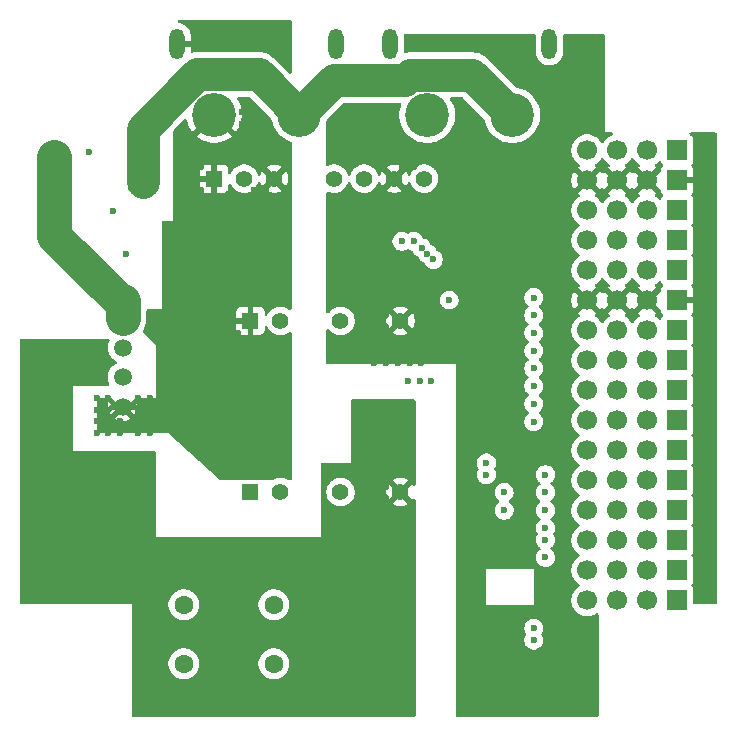
<source format=gbl>
%TF.GenerationSoftware,KiCad,Pcbnew,9.0.4*%
%TF.CreationDate,2025-09-18T02:32:27+09:00*%
%TF.ProjectId,CAN_Isolation_mini,43414e5f-4973-46f6-9c61-74696f6e5f6d,Ver.1.0*%
%TF.SameCoordinates,Original*%
%TF.FileFunction,Copper,L4,Bot*%
%TF.FilePolarity,Positive*%
%FSLAX46Y46*%
G04 Gerber Fmt 4.6, Leading zero omitted, Abs format (unit mm)*
G04 Created by KiCad (PCBNEW 9.0.4) date 2025-09-18 02:32:27*
%MOMM*%
%LPD*%
G01*
G04 APERTURE LIST*
%TA.AperFunction,ComponentPad*%
%ADD10R,1.700000X1.700000*%
%TD*%
%TA.AperFunction,ComponentPad*%
%ADD11C,1.700000*%
%TD*%
%TA.AperFunction,ComponentPad*%
%ADD12R,1.508000X1.508000*%
%TD*%
%TA.AperFunction,ComponentPad*%
%ADD13C,1.508000*%
%TD*%
%TA.AperFunction,ComponentPad*%
%ADD14C,1.600000*%
%TD*%
%TA.AperFunction,ComponentPad*%
%ADD15C,3.716000*%
%TD*%
%TA.AperFunction,ComponentPad*%
%ADD16O,1.300000X2.600000*%
%TD*%
%TA.AperFunction,ComponentPad*%
%ADD17R,1.397000X1.397000*%
%TD*%
%TA.AperFunction,ComponentPad*%
%ADD18C,1.397000*%
%TD*%
%TA.AperFunction,ViaPad*%
%ADD19C,0.600000*%
%TD*%
%TA.AperFunction,Conductor*%
%ADD20C,2.800000*%
%TD*%
%TA.AperFunction,Conductor*%
%ADD21C,3.000000*%
%TD*%
%TA.AperFunction,Conductor*%
%ADD22C,0.400000*%
%TD*%
%TA.AperFunction,Conductor*%
%ADD23C,1.200000*%
%TD*%
G04 APERTURE END LIST*
D10*
%TO.P,J6,1,Pin_1*%
%TO.N,unconnected-(J6-Pin_1-Pad1)*%
X144810000Y-89500000D03*
D11*
%TO.P,J6,2,Pin_2*%
%TO.N,unconnected-(J6-Pin_2-Pad2)*%
X142270000Y-89500000D03*
%TO.P,J6,3,Pin_3*%
%TO.N,unconnected-(J6-Pin_3-Pad3)*%
X139730000Y-89500000D03*
%TO.P,J6,4,Pin_4*%
%TO.N,unconnected-(J6-Pin_4-Pad4)*%
X137190000Y-89500000D03*
%TD*%
D10*
%TO.P,J3,1,Pin_1*%
%TO.N,GND_VP*%
X144810000Y-81880000D03*
D11*
%TO.P,J3,2,Pin_2*%
X142270000Y-81880000D03*
%TO.P,J3,3,Pin_3*%
X139730000Y-81880000D03*
%TO.P,J3,4,Pin_4*%
X137190000Y-81880000D03*
%TD*%
D12*
%TO.P,J1,1,1*%
%TO.N,BAT_12V*%
X97857095Y-93544905D03*
D13*
%TO.P,J1,2,2*%
%TO.N,CAN_H*%
X97857095Y-96044905D03*
%TO.P,J1,3,3*%
%TO.N,CAN_L*%
X97857095Y-98544905D03*
%TO.P,J1,4,4*%
%TO.N,BAT_GND*%
X97857095Y-101044905D03*
%TD*%
D10*
%TO.P,J8,1,Pin_1*%
%TO.N,+3.3VP*%
X144810000Y-94580000D03*
D11*
%TO.P,J8,2,Pin_2*%
X142270000Y-94580000D03*
%TO.P,J8,3,Pin_3*%
X139730000Y-94580000D03*
%TO.P,J8,4,Pin_4*%
X137190000Y-94580000D03*
%TD*%
D10*
%TO.P,J11,1,Pin_1*%
%TO.N,CAN_LED*%
X144810000Y-102200000D03*
D11*
%TO.P,J11,2,Pin_2*%
X142270000Y-102200000D03*
%TO.P,J11,3,Pin_3*%
X139730000Y-102200000D03*
%TO.P,J11,4,Pin_4*%
X137190000Y-102200000D03*
%TD*%
D10*
%TO.P,J17,1,Pin_1*%
%TO.N,unconnected-(J17-Pin_1-Pad1)*%
X144810000Y-117440000D03*
D11*
%TO.P,J17,2,Pin_2*%
%TO.N,unconnected-(J17-Pin_2-Pad2)*%
X142270000Y-117440000D03*
%TO.P,J17,3,Pin_3*%
%TO.N,unconnected-(J17-Pin_3-Pad3)*%
X139730000Y-117440000D03*
%TO.P,J17,4,Pin_4*%
%TO.N,unconnected-(J17-Pin_4-Pad4)*%
X137190000Y-117440000D03*
%TD*%
D10*
%TO.P,J15,1,Pin_1*%
%TO.N,CAN_SCK*%
X144810000Y-112360000D03*
D11*
%TO.P,J15,2,Pin_2*%
X142270000Y-112360000D03*
%TO.P,J15,3,Pin_3*%
X139730000Y-112360000D03*
%TO.P,J15,4,Pin_4*%
X137190000Y-112360000D03*
%TD*%
D10*
%TO.P,J13,1,Pin_1*%
%TO.N,CAN_SDO*%
X144810000Y-107280000D03*
D11*
%TO.P,J13,2,Pin_2*%
X142270000Y-107280000D03*
%TO.P,J13,3,Pin_3*%
X139730000Y-107280000D03*
%TO.P,J13,4,Pin_4*%
X137190000Y-107280000D03*
%TD*%
D14*
%TO.P,R12,1*%
%TO.N,Net-(C12-Pad1)*%
X103037095Y-117809000D03*
%TO.P,R12,2*%
%TO.N,CAN_L*%
X110657095Y-117809000D03*
%TD*%
D15*
%TO.P,J21,1,1*%
%TO.N,Net-(D3-PadC)*%
X112801000Y-76327000D03*
%TO.P,J21,2,2*%
%TO.N,BAT_GND*%
X105601000Y-76327000D03*
D16*
%TO.P,J21,S1,SHIELD*%
X115951000Y-70327000D03*
%TO.P,J21,S2,SHIELD*%
X102451000Y-70327000D03*
%TD*%
D10*
%TO.P,J16,1,Pin_1*%
%TO.N,unconnected-(J16-Pin_1-Pad1)*%
X144810000Y-114900000D03*
D11*
%TO.P,J16,2,Pin_2*%
%TO.N,unconnected-(J16-Pin_2-Pad2)*%
X142270000Y-114900000D03*
%TO.P,J16,3,Pin_3*%
%TO.N,unconnected-(J16-Pin_3-Pad3)*%
X139730000Y-114900000D03*
%TO.P,J16,4,Pin_4*%
%TO.N,unconnected-(J16-Pin_4-Pad4)*%
X137190000Y-114900000D03*
%TD*%
D10*
%TO.P,J7,1,Pin_1*%
%TO.N,GND_VP*%
X144810000Y-92040000D03*
D11*
%TO.P,J7,2,Pin_2*%
X142270000Y-92040000D03*
%TO.P,J7,3,Pin_3*%
X139730000Y-92040000D03*
%TO.P,J7,4,Pin_4*%
X137190000Y-92040000D03*
%TD*%
D10*
%TO.P,J10,1,Pin_1*%
%TO.N,unconnected-(J10-Pin_1-Pad1)*%
X144810000Y-99660000D03*
D11*
%TO.P,J10,2,Pin_2*%
%TO.N,unconnected-(J10-Pin_2-Pad2)*%
X142270000Y-99660000D03*
%TO.P,J10,3,Pin_3*%
%TO.N,unconnected-(J10-Pin_3-Pad3)*%
X139730000Y-99660000D03*
%TO.P,J10,4,Pin_4*%
%TO.N,unconnected-(J10-Pin_4-Pad4)*%
X137190000Y-99660000D03*
%TD*%
D17*
%TO.P,U3,1,-VIN*%
%TO.N,BAT_GND*%
X108680095Y-93785000D03*
D18*
%TO.P,U3,2,+VIN*%
%TO.N,BAT_12V*%
X111220095Y-93785000D03*
%TO.P,U3,3,+VOUT*%
%TO.N,+3.3VP*%
X116300095Y-93785000D03*
%TO.P,U3,4,-VOUT*%
%TO.N,GND_VP*%
X121380095Y-93785000D03*
%TD*%
D17*
%TO.P,U4,1,-VIN*%
%TO.N,BAT_GND*%
X108680095Y-108285000D03*
D18*
%TO.P,U4,2,+VIN*%
%TO.N,BAT_12V*%
X111220095Y-108285000D03*
%TO.P,U4,3,+VOUT*%
%TO.N,+5VCAN*%
X116300095Y-108285000D03*
%TO.P,U4,4,-VOUT*%
%TO.N,GND_5VCAN*%
X121380095Y-108285000D03*
%TD*%
D10*
%TO.P,J9,1,Pin_1*%
%TO.N,unconnected-(J9-Pin_1-Pad1)*%
X144810000Y-97120000D03*
D11*
%TO.P,J9,2,Pin_2*%
%TO.N,unconnected-(J9-Pin_2-Pad2)*%
X142270000Y-97120000D03*
%TO.P,J9,3,Pin_3*%
%TO.N,unconnected-(J9-Pin_3-Pad3)*%
X139730000Y-97120000D03*
%TO.P,J9,4,Pin_4*%
%TO.N,unconnected-(J9-Pin_4-Pad4)*%
X137190000Y-97120000D03*
%TD*%
D17*
%TO.P,U7,1,-VIN*%
%TO.N,BAT_GND*%
X105608000Y-81741000D03*
D18*
%TO.P,U7,2,+VIN*%
%TO.N,BAT_12V*%
X108148000Y-81741000D03*
%TO.P,U7,3,RC*%
%TO.N,BAT_GND*%
X110688000Y-81741000D03*
%TO.P,U7,5,NC*%
%TO.N,unconnected-(U7-NC-Pad5)*%
X115768000Y-81741000D03*
%TO.P,U7,6,+VOUT*%
%TO.N,+5VP*%
X118308000Y-81741000D03*
%TO.P,U7,7,-VOUT*%
%TO.N,GND_VP*%
X120848000Y-81741000D03*
%TO.P,U7,8,NC*%
%TO.N,unconnected-(U7-NC-Pad8)*%
X123388000Y-81741000D03*
%TD*%
D14*
%TO.P,R11,1*%
%TO.N,CAN_H*%
X110657095Y-122809000D03*
%TO.P,R11,2*%
%TO.N,Net-(C12-Pad1)*%
X103037095Y-122809000D03*
%TD*%
D10*
%TO.P,J2,1,Pin_1*%
%TO.N,unconnected-(J2-Pin_1-Pad1)*%
X144810000Y-79340000D03*
D11*
%TO.P,J2,2,Pin_2*%
%TO.N,unconnected-(J2-Pin_2-Pad2)*%
X142270000Y-79340000D03*
%TO.P,J2,3,Pin_3*%
%TO.N,unconnected-(J2-Pin_3-Pad3)*%
X139730000Y-79340000D03*
%TO.P,J2,4,Pin_4*%
%TO.N,unconnected-(J2-Pin_4-Pad4)*%
X137190000Y-79340000D03*
%TD*%
D10*
%TO.P,J5,1,Pin_1*%
%TO.N,unconnected-(J5-Pin_1-Pad1)*%
X144810000Y-86960000D03*
D11*
%TO.P,J5,2,Pin_2*%
%TO.N,unconnected-(J5-Pin_2-Pad2)*%
X142270000Y-86960000D03*
%TO.P,J5,3,Pin_3*%
%TO.N,unconnected-(J5-Pin_3-Pad3)*%
X139730000Y-86960000D03*
%TO.P,J5,4,Pin_4*%
%TO.N,unconnected-(J5-Pin_4-Pad4)*%
X137190000Y-86960000D03*
%TD*%
D10*
%TO.P,J14,1,Pin_1*%
%TO.N,CAN_SDI*%
X144810000Y-109820000D03*
D11*
%TO.P,J14,2,Pin_2*%
X142270000Y-109820000D03*
%TO.P,J14,3,Pin_3*%
X139730000Y-109820000D03*
%TO.P,J14,4,Pin_4*%
X137190000Y-109820000D03*
%TD*%
D10*
%TO.P,J4,1,Pin_1*%
%TO.N,+5VP*%
X144810000Y-84420000D03*
D11*
%TO.P,J4,2,Pin_2*%
X142270000Y-84420000D03*
%TO.P,J4,3,Pin_3*%
X139730000Y-84420000D03*
%TO.P,J4,4,Pin_4*%
X137190000Y-84420000D03*
%TD*%
D10*
%TO.P,J12,1,Pin_1*%
%TO.N,CAN_CS*%
X144810000Y-104740000D03*
D11*
%TO.P,J12,2,Pin_2*%
X142270000Y-104740000D03*
%TO.P,J12,3,Pin_3*%
X139730000Y-104740000D03*
%TO.P,J12,4,Pin_4*%
X137190000Y-104740000D03*
%TD*%
D15*
%TO.P,J22,1,1*%
%TO.N,Net-(D3-PadC)*%
X130835000Y-76358000D03*
%TO.P,J22,2,2*%
%TO.N,BAT_GND*%
X123635000Y-76358000D03*
D16*
%TO.P,J22,S1,SHIELD*%
X133985000Y-70358000D03*
%TO.P,J22,S2,SHIELD*%
X120485000Y-70358000D03*
%TD*%
D19*
%TO.N,GND_VP*%
X98171000Y-88138000D03*
%TO.N,Net-(D3-PadC)*%
X99822000Y-80137000D03*
X98552000Y-80899000D03*
X98552000Y-80137000D03*
X99822000Y-80899000D03*
X100457000Y-80137000D03*
X99187000Y-80137000D03*
X99187000Y-82423000D03*
X99187000Y-80899000D03*
X98552000Y-82423000D03*
X99822000Y-82423000D03*
X100457000Y-80899000D03*
X98552000Y-81661000D03*
X99822000Y-81661000D03*
X100457000Y-82423000D03*
X99187000Y-81661000D03*
X100457000Y-81661000D03*
%TO.N,BAT_12V*%
X93091000Y-81788000D03*
X97282000Y-91948000D03*
X91821000Y-81788000D03*
X93091000Y-82550000D03*
X91186000Y-80264000D03*
X97282000Y-91059000D03*
X91186000Y-81026000D03*
X91821000Y-81026000D03*
X91821000Y-80264000D03*
X93091000Y-80264000D03*
X92456000Y-82550000D03*
X91186000Y-82550000D03*
X96647000Y-90297000D03*
X92456000Y-81788000D03*
X91186000Y-81788000D03*
X93091000Y-81026000D03*
X91821000Y-82550000D03*
X96266000Y-91948000D03*
X94615000Y-90297000D03*
X95250000Y-91059000D03*
X95631000Y-90297000D03*
X98298000Y-91948000D03*
X96266000Y-91059000D03*
X92456000Y-80264000D03*
X92456000Y-81026000D03*
%TO.N,BAT_GND*%
X110657095Y-97785000D03*
X109657095Y-102809000D03*
X107657095Y-95809000D03*
X110000000Y-89700000D03*
X110000000Y-91500000D03*
X108000000Y-77100000D03*
X111657095Y-97809000D03*
X106657095Y-101809000D03*
X99157095Y-101294905D03*
X108657095Y-98809000D03*
X109998000Y-82741000D03*
X106657095Y-98809000D03*
X106657095Y-97809000D03*
X106998000Y-86741000D03*
X108000000Y-78900000D03*
X109657095Y-98809000D03*
X107657095Y-100809000D03*
X108657095Y-103809000D03*
X110998000Y-86741000D03*
X103498000Y-85741000D03*
X108000000Y-76100000D03*
X103498000Y-83741000D03*
X99157095Y-102294905D03*
X108657095Y-95809000D03*
X95657095Y-100294905D03*
X109657095Y-105809000D03*
X108657095Y-96809000D03*
X107657095Y-106809000D03*
X100157095Y-100294905D03*
X109200000Y-77100000D03*
X109657095Y-104809000D03*
X107657095Y-96809000D03*
X96657095Y-103294905D03*
X108000000Y-75100000D03*
X97657095Y-102294905D03*
X106657095Y-100809000D03*
X108657095Y-105809000D03*
X106998000Y-85741000D03*
X109200000Y-78000000D03*
X108657095Y-106809000D03*
X103498000Y-86741000D03*
X109200000Y-78900000D03*
X110657095Y-100809000D03*
X108000000Y-91500000D03*
X110657095Y-96809000D03*
X107998000Y-85741000D03*
X95657095Y-103294905D03*
X108657095Y-99809000D03*
X111657095Y-102809000D03*
X95657095Y-101294905D03*
X108998000Y-84741000D03*
X110657095Y-103809000D03*
X96657095Y-102294905D03*
X107998000Y-84741000D03*
X104498000Y-86741000D03*
X111657095Y-103809000D03*
X109998000Y-87741000D03*
X109657095Y-103809000D03*
X109998000Y-84741000D03*
X111657095Y-96809000D03*
X107000000Y-91500000D03*
X109000000Y-89700000D03*
X107657095Y-102809000D03*
X108657095Y-101809000D03*
X104498000Y-83741000D03*
X108657095Y-100809000D03*
X109998000Y-83741000D03*
X109657095Y-101809000D03*
X110657095Y-98809000D03*
X107657095Y-98809000D03*
X107998000Y-88741000D03*
X109000000Y-91500000D03*
X103498000Y-84741000D03*
X99157095Y-100294905D03*
X104498000Y-81741000D03*
X106998000Y-80741000D03*
X111000000Y-91500000D03*
X111000000Y-89700000D03*
X106657095Y-103809000D03*
X111657095Y-98809000D03*
X96657095Y-100294905D03*
X108000000Y-89700000D03*
X103498000Y-80741000D03*
X108657095Y-97809000D03*
X111657095Y-105809000D03*
X108657095Y-104809000D03*
X109201000Y-76100000D03*
X108998000Y-83741000D03*
X107657095Y-103809000D03*
X106657095Y-95809000D03*
X109657095Y-96809000D03*
X109657095Y-95809000D03*
X100157095Y-101294905D03*
X109657095Y-106809000D03*
X107657095Y-104809000D03*
X111657095Y-95809000D03*
X110998000Y-88741000D03*
X107657095Y-105809000D03*
X108000000Y-78000000D03*
X106998000Y-84741000D03*
X108998000Y-86741000D03*
X103498000Y-81741000D03*
X109657095Y-100809000D03*
X108998000Y-87741000D03*
X104498000Y-85741000D03*
X110657095Y-104809000D03*
X108998000Y-82741000D03*
X110657095Y-102809000D03*
X109998000Y-86741000D03*
X104498000Y-87741000D03*
X96657095Y-101294905D03*
X104498000Y-82741000D03*
X106998000Y-83741000D03*
X104498000Y-84741000D03*
X110657095Y-95809000D03*
X110000000Y-90600000D03*
X110998000Y-85741000D03*
X99157095Y-103294905D03*
X110657095Y-99809000D03*
X107657095Y-101809000D03*
X109657095Y-97809000D03*
X109998000Y-85741000D03*
X95657095Y-102294905D03*
X111657095Y-106809000D03*
X110998000Y-83741000D03*
X106657095Y-105809000D03*
X110657095Y-105809000D03*
X108998000Y-85741000D03*
X111657095Y-101809000D03*
X107000000Y-90600000D03*
X110657095Y-101809000D03*
X106657095Y-102809000D03*
X107657095Y-97809000D03*
X107998000Y-87741000D03*
X106998000Y-88741000D03*
X104498000Y-88741000D03*
X111657095Y-104809000D03*
X111000000Y-90600000D03*
X104498000Y-80741000D03*
X108657095Y-102809000D03*
X111657095Y-100809000D03*
X106657095Y-104809000D03*
X107000000Y-89700000D03*
X107998000Y-83741000D03*
X106657095Y-106809000D03*
X109657095Y-99809000D03*
X109998000Y-88741000D03*
X100157095Y-103294905D03*
X109000000Y-90600000D03*
X110998000Y-87741000D03*
X107657095Y-94809000D03*
X110657095Y-106809000D03*
X106657095Y-99809000D03*
X97657095Y-103294905D03*
X108000000Y-90600000D03*
X103498000Y-87741000D03*
X111657095Y-99809000D03*
X107998000Y-86741000D03*
X106657095Y-96809000D03*
X103498000Y-82741000D03*
X110998000Y-84741000D03*
X106998000Y-82741000D03*
X107657095Y-99809000D03*
X100157095Y-102294905D03*
X106998000Y-87741000D03*
X106657095Y-94809000D03*
X108998000Y-88741000D03*
%TO.N,GND_5VCAN*%
X120157095Y-110809000D03*
X98600000Y-106300000D03*
X113157095Y-117809000D03*
X111157095Y-112809000D03*
X118157095Y-117809000D03*
X97657095Y-114294905D03*
X115157095Y-112809000D03*
X99600000Y-109300000D03*
X96657095Y-109294905D03*
X98600000Y-107300000D03*
X107157095Y-113809000D03*
X116157095Y-111809000D03*
X95657095Y-111294905D03*
X122157095Y-109809000D03*
X97657095Y-113294905D03*
X122157095Y-114809000D03*
X97657095Y-117294905D03*
X120157095Y-112809000D03*
X93657095Y-113294905D03*
X95657095Y-112294905D03*
X97657095Y-108294905D03*
X121157095Y-109809000D03*
X117157095Y-112809000D03*
X108157095Y-112809000D03*
X118157095Y-114809000D03*
X94657095Y-110294905D03*
X122157095Y-110809000D03*
X118157095Y-115809000D03*
X108157095Y-113809000D03*
X118157095Y-105809000D03*
X120157095Y-105809000D03*
X97657095Y-109294905D03*
X106157095Y-112809000D03*
X113157095Y-115809000D03*
X122157095Y-113809000D03*
X95657095Y-114294905D03*
X113157095Y-112809000D03*
X96657095Y-110294905D03*
X97657095Y-106294905D03*
X96657095Y-115294905D03*
X96657095Y-113294905D03*
X103157095Y-112809000D03*
X119157095Y-116809000D03*
X119157095Y-105809000D03*
X96657095Y-117294905D03*
X117157095Y-117809000D03*
X102157095Y-112809000D03*
X114157095Y-112809000D03*
X99657095Y-116294905D03*
X94657095Y-114294905D03*
X114157095Y-117809000D03*
X99600000Y-107300000D03*
X93657095Y-110294905D03*
X115157095Y-115809000D03*
X94657095Y-109294905D03*
X121157095Y-111809000D03*
X114157095Y-114809000D03*
X95657095Y-113294905D03*
X98600000Y-109300000D03*
X120157095Y-109809000D03*
X119157095Y-111809000D03*
X114157095Y-113809000D03*
X112157095Y-113809000D03*
X111157095Y-115809000D03*
X96657095Y-111294905D03*
X109157095Y-112809000D03*
X121157095Y-112809000D03*
X100657095Y-119294905D03*
X96657095Y-114294905D03*
X120157095Y-108809000D03*
X98600000Y-108300000D03*
X96657095Y-107294905D03*
X115157095Y-110809000D03*
X121157095Y-114809000D03*
X117157095Y-114809000D03*
X96657095Y-116294905D03*
X94657095Y-108294905D03*
X111157095Y-114809000D03*
X117157095Y-116809000D03*
X116157095Y-114809000D03*
X95657095Y-115294905D03*
X112157095Y-115809000D03*
X115157095Y-109809000D03*
X100657095Y-120294905D03*
X97657095Y-111294905D03*
X97657095Y-110294905D03*
X105157095Y-112809000D03*
X114157095Y-116809000D03*
X114157095Y-115809000D03*
X94657095Y-113294905D03*
X122157095Y-112809000D03*
X99657095Y-114294905D03*
X93657095Y-106294905D03*
X121157095Y-113809000D03*
X120157095Y-111809000D03*
X120157095Y-113809000D03*
X118157095Y-106809000D03*
X112157095Y-112809000D03*
X119157095Y-107809000D03*
X95657095Y-109294905D03*
X118157095Y-110809000D03*
X93657095Y-107294905D03*
X104157095Y-112809000D03*
X122157095Y-111809000D03*
X113157095Y-114809000D03*
X118157095Y-107809000D03*
X113157095Y-113809000D03*
X117157095Y-111809000D03*
X105157095Y-113809000D03*
X119157095Y-113809000D03*
X119157095Y-112809000D03*
X102157095Y-113809000D03*
X95657095Y-106294905D03*
X120157095Y-107809000D03*
X97657095Y-112294905D03*
X117157095Y-110809000D03*
X99600000Y-108300000D03*
X95657095Y-107294905D03*
X94657095Y-106294905D03*
X99657095Y-118294905D03*
X115157095Y-117809000D03*
X103157095Y-113809000D03*
X94657095Y-112294905D03*
X116157095Y-116809000D03*
X92657095Y-110294905D03*
X99657095Y-119294905D03*
X96657095Y-112294905D03*
X118157095Y-116809000D03*
X116157095Y-112809000D03*
X116157095Y-113809000D03*
X119157095Y-109809000D03*
X121157095Y-110809000D03*
X107157095Y-112809000D03*
X92657095Y-113294905D03*
X111157095Y-113809000D03*
X96657095Y-108294905D03*
X97657095Y-107294905D03*
X98657095Y-114294905D03*
X119157095Y-110809000D03*
X118157095Y-109809000D03*
X94657095Y-115294905D03*
X110157095Y-112809000D03*
X110157095Y-114809000D03*
X120157095Y-114809000D03*
X118157095Y-112809000D03*
X109157095Y-113809000D03*
X115157095Y-111809000D03*
X95657095Y-116294905D03*
X115157095Y-116809000D03*
X119157095Y-114809000D03*
X93657095Y-114294905D03*
X116157095Y-109809000D03*
X94657095Y-111294905D03*
X117157095Y-115809000D03*
X116157095Y-110809000D03*
X116157095Y-117809000D03*
X120157095Y-106809000D03*
X118157095Y-108809000D03*
X99657095Y-120294905D03*
X119157095Y-115809000D03*
X117157095Y-113809000D03*
X98657095Y-115294905D03*
X118157095Y-113809000D03*
X97657095Y-115294905D03*
X117157095Y-109809000D03*
X113157095Y-116809000D03*
X94657095Y-107294905D03*
X115157095Y-114809000D03*
X104157095Y-113809000D03*
X98657095Y-116294905D03*
X119157095Y-106809000D03*
X118157095Y-111809000D03*
X98657095Y-113294905D03*
X112157095Y-114809000D03*
X106157095Y-113809000D03*
X116157095Y-115809000D03*
X115157095Y-113809000D03*
X95657095Y-110294905D03*
X119157095Y-108809000D03*
X110157095Y-113809000D03*
X95657095Y-108294905D03*
X96657095Y-106294905D03*
X97657095Y-116294905D03*
%TO.N,CAN_CS*%
X133657095Y-106809000D03*
X132657095Y-102309000D03*
%TO.N,CAN_SDO*%
X133657095Y-108309000D03*
X132657095Y-100809000D03*
%TO.N,CAN_SDI*%
X133657095Y-109809000D03*
X132657095Y-99309000D03*
%TO.N,CAN_SCK*%
X132657095Y-97809000D03*
X133657095Y-111309000D03*
%TO.N,CAN_GPIO0*%
X132657095Y-96309000D03*
X133657095Y-112309000D03*
%TO.N,CAN_GPIO1*%
X133657095Y-113809000D03*
X132657095Y-94809000D03*
%TO.N,CAN_CLK*%
X130157095Y-108309000D03*
X132657095Y-91809000D03*
%TO.N,CAN_INT*%
X132657095Y-93309000D03*
X130157095Y-109809000D03*
%TO.N,Net-(U1-RXCAN)*%
X128657095Y-106809000D03*
X132657095Y-119809000D03*
%TO.N,Net-(U1-TXCAN)*%
X128657095Y-105809000D03*
X132657095Y-120809000D03*
%TO.N,CAN_LED*%
X94996000Y-79502000D03*
%TO.N,GND_VP*%
X122157095Y-96309000D03*
X119157095Y-97309000D03*
X133000000Y-80514095D03*
X125492000Y-84239000D03*
X123157095Y-97309000D03*
X127657095Y-119309000D03*
X125498000Y-81741000D03*
X118157095Y-95309000D03*
X126657095Y-120309000D03*
X120157095Y-96309000D03*
X130157095Y-104809000D03*
X134000000Y-123514095D03*
X128657095Y-119309000D03*
X128657095Y-103809000D03*
X122498000Y-85241000D03*
X120498000Y-79741000D03*
X122157095Y-97309000D03*
X121157095Y-95309000D03*
X128157095Y-104309000D03*
X124500000Y-84250000D03*
X121498000Y-85241000D03*
X123157095Y-93309000D03*
X127657095Y-118309000D03*
X126657095Y-119309000D03*
X121498000Y-79741000D03*
X125498000Y-80741000D03*
X128157095Y-103309000D03*
X127657095Y-116309000D03*
X120157095Y-91309000D03*
X126657095Y-114309000D03*
X127657095Y-103809000D03*
X134000000Y-124514095D03*
X123498000Y-79741000D03*
X120157095Y-92309000D03*
X124500000Y-85250000D03*
X119157095Y-93309000D03*
X123498000Y-83241000D03*
X122498000Y-80741000D03*
X120498000Y-84241000D03*
X123157095Y-92309000D03*
X127657095Y-120309000D03*
X119157095Y-94309000D03*
X127657095Y-114309000D03*
X120498000Y-83241000D03*
X119157095Y-96309000D03*
X125492000Y-85239000D03*
X118157095Y-92309000D03*
X125498000Y-79741000D03*
X121157095Y-97309000D03*
X118157095Y-93309000D03*
X127657095Y-115309000D03*
X133000000Y-124514095D03*
X132000000Y-125514095D03*
X122498000Y-83241000D03*
X127657095Y-117309000D03*
X137000000Y-77000000D03*
X118157095Y-96309000D03*
X124498000Y-80741000D03*
X122157095Y-95309000D03*
X122498000Y-79741000D03*
X133000000Y-123514095D03*
X119157095Y-95309000D03*
X121157095Y-92309000D03*
X134000000Y-125514095D03*
X131000000Y-80514095D03*
X123157095Y-96309000D03*
X121498000Y-83241000D03*
X121498000Y-84241000D03*
X126657095Y-116309000D03*
X118157095Y-94309000D03*
X134000000Y-80514095D03*
X133000000Y-125514095D03*
X126657095Y-117309000D03*
X130000000Y-80514095D03*
X124498000Y-83241000D03*
X123157095Y-95309000D03*
X121498000Y-80741000D03*
X120157095Y-94309000D03*
X127657095Y-121309000D03*
X120157095Y-95309000D03*
X121157095Y-96309000D03*
X126657095Y-115309000D03*
X118157095Y-91309000D03*
X136000000Y-77000000D03*
X128657095Y-121309000D03*
X132000000Y-80514095D03*
X120157095Y-97309000D03*
X119157095Y-92309000D03*
X129157095Y-104809000D03*
X135000000Y-80514095D03*
X124498000Y-79741000D03*
X123498000Y-85241000D03*
X126657095Y-121309000D03*
X119157095Y-91309000D03*
X128657095Y-120309000D03*
X125490000Y-83230000D03*
X126657095Y-118309000D03*
X123157095Y-94309000D03*
X120157095Y-93309000D03*
X123498000Y-84241000D03*
X122498000Y-84241000D03*
X138000000Y-77000000D03*
%TO.N,+3.3VP*%
X122000000Y-98912400D03*
X125500000Y-92014095D03*
X123000000Y-98912400D03*
X97028000Y-84455000D03*
X124000000Y-98912400D03*
%TO.N,GND_VP*%
X121157095Y-91309000D03*
X122157095Y-92309000D03*
X122157095Y-91309000D03*
%TO.N,+5VP*%
X124160500Y-88578500D03*
X123660500Y-88078500D03*
X122498000Y-87051000D03*
X121498000Y-87051000D03*
%TO.N,GND_VP*%
X123157095Y-91309000D03*
%TO.N,+5VP*%
X123160500Y-87578500D03*
%TD*%
D20*
%TO.N,Net-(D3-PadC)*%
X128778000Y-74295000D02*
X130835000Y-76352000D01*
X127429600Y-72946600D02*
X128778000Y-74295000D01*
X121762551Y-73406000D02*
X122221951Y-72946600D01*
X116332000Y-73406000D02*
X121762551Y-73406000D01*
X115722000Y-73406000D02*
X116332000Y-73406000D01*
X122221951Y-72946600D02*
X127429600Y-72946600D01*
X112801000Y-76327000D02*
X115722000Y-73406000D01*
X112776000Y-76327000D02*
X112801000Y-76327000D01*
X109364600Y-72915600D02*
X112776000Y-76327000D01*
X104187951Y-72915600D02*
X109364600Y-72915600D01*
X99568000Y-77535551D02*
X104187951Y-72915600D01*
X99568000Y-82042000D02*
X99568000Y-77535551D01*
D21*
%TO.N,BAT_12V*%
X92075000Y-86614000D02*
X92075000Y-79883000D01*
X97595905Y-92134905D02*
X92075000Y-86614000D01*
X97857095Y-92134905D02*
X97595905Y-92134905D01*
X97857095Y-93544905D02*
X97857095Y-92134905D01*
D22*
%TO.N,BAT_GND*%
X97857095Y-101044905D02*
X98907095Y-101044905D01*
D23*
X108680095Y-108285000D02*
X108680095Y-108332000D01*
D22*
X98907095Y-101044905D02*
X99157095Y-101294905D01*
X97857095Y-101044905D02*
X98407095Y-101044905D01*
X97857095Y-101044905D02*
X97407095Y-101044905D01*
X97857095Y-101044905D02*
X96907095Y-101044905D01*
D23*
X108680095Y-108285000D02*
X108681095Y-108285000D01*
D22*
X97407095Y-101044905D02*
X96657095Y-100294905D01*
X96907095Y-101044905D02*
X96657095Y-101294905D01*
X98407095Y-101044905D02*
X99157095Y-100294905D01*
%TD*%
%TA.AperFunction,Conductor*%
%TO.N,BAT_GND*%
G36*
X108593064Y-74835785D02*
G01*
X108613706Y-74852419D01*
X110443001Y-76681714D01*
X110476486Y-76743037D01*
X110478259Y-76753208D01*
X110482853Y-76788105D01*
X110562873Y-77086742D01*
X110681184Y-77372369D01*
X110681188Y-77372379D01*
X110835770Y-77640123D01*
X111023979Y-77885402D01*
X111023985Y-77885409D01*
X111242590Y-78104014D01*
X111242597Y-78104020D01*
X111487876Y-78292229D01*
X111755620Y-78446811D01*
X111755621Y-78446811D01*
X111755624Y-78446813D01*
X112041258Y-78565127D01*
X112065190Y-78571539D01*
X112124847Y-78607901D01*
X112155378Y-78670747D01*
X112157095Y-78691313D01*
X112157095Y-92740361D01*
X112137410Y-92807400D01*
X112084606Y-92853155D01*
X112015448Y-92863099D01*
X111960209Y-92840679D01*
X111848508Y-92759523D01*
X111680353Y-92673844D01*
X111680352Y-92673843D01*
X111680351Y-92673843D01*
X111500862Y-92615523D01*
X111500860Y-92615522D01*
X111500858Y-92615522D01*
X111314463Y-92586000D01*
X111314458Y-92586000D01*
X111125732Y-92586000D01*
X111125727Y-92586000D01*
X110939331Y-92615522D01*
X110759836Y-92673844D01*
X110591681Y-92759523D01*
X110542983Y-92794905D01*
X110438999Y-92870454D01*
X110438997Y-92870456D01*
X110438996Y-92870456D01*
X110305551Y-93003901D01*
X110305551Y-93003902D01*
X110305549Y-93003904D01*
X110257908Y-93069475D01*
X110194618Y-93156586D01*
X110113080Y-93316614D01*
X110065105Y-93367410D01*
X109997284Y-93384205D01*
X109931149Y-93361668D01*
X109887698Y-93306952D01*
X109878595Y-93260319D01*
X109878595Y-93038672D01*
X109878594Y-93038655D01*
X109872193Y-92979127D01*
X109872191Y-92979120D01*
X109821949Y-92844413D01*
X109821945Y-92844406D01*
X109735785Y-92729312D01*
X109735782Y-92729309D01*
X109620688Y-92643149D01*
X109620681Y-92643145D01*
X109485974Y-92592903D01*
X109485967Y-92592901D01*
X109426439Y-92586500D01*
X108930095Y-92586500D01*
X108930095Y-93416072D01*
X108851666Y-93370792D01*
X108738615Y-93340500D01*
X108621575Y-93340500D01*
X108508524Y-93370792D01*
X108430095Y-93416072D01*
X108430095Y-92586500D01*
X107933750Y-92586500D01*
X107874222Y-92592901D01*
X107874215Y-92592903D01*
X107739508Y-92643145D01*
X107739501Y-92643149D01*
X107624407Y-92729309D01*
X107624404Y-92729312D01*
X107538244Y-92844406D01*
X107538240Y-92844413D01*
X107487998Y-92979120D01*
X107487996Y-92979127D01*
X107481595Y-93038655D01*
X107481595Y-93535000D01*
X108311168Y-93535000D01*
X108265887Y-93613429D01*
X108235595Y-93726480D01*
X108235595Y-93843520D01*
X108265887Y-93956571D01*
X108311168Y-94035000D01*
X107481595Y-94035000D01*
X107481595Y-94531344D01*
X107487996Y-94590872D01*
X107487998Y-94590879D01*
X107538240Y-94725586D01*
X107538244Y-94725593D01*
X107624404Y-94840687D01*
X107624407Y-94840690D01*
X107739501Y-94926850D01*
X107739508Y-94926854D01*
X107874215Y-94977096D01*
X107874222Y-94977098D01*
X107933750Y-94983499D01*
X107933767Y-94983500D01*
X108430095Y-94983500D01*
X108430095Y-94153927D01*
X108508524Y-94199208D01*
X108621575Y-94229500D01*
X108738615Y-94229500D01*
X108851666Y-94199208D01*
X108930095Y-94153927D01*
X108930095Y-94983500D01*
X109426423Y-94983500D01*
X109426439Y-94983499D01*
X109485967Y-94977098D01*
X109485974Y-94977096D01*
X109620681Y-94926854D01*
X109620688Y-94926850D01*
X109735782Y-94840690D01*
X109735785Y-94840687D01*
X109821945Y-94725593D01*
X109821949Y-94725586D01*
X109872191Y-94590879D01*
X109872193Y-94590872D01*
X109878594Y-94531344D01*
X109878595Y-94531327D01*
X109878595Y-94309680D01*
X109898280Y-94242641D01*
X109951084Y-94196886D01*
X110020242Y-94186942D01*
X110083798Y-94215967D01*
X110113079Y-94253384D01*
X110194618Y-94413413D01*
X110305549Y-94566096D01*
X110438999Y-94699546D01*
X110591682Y-94810477D01*
X110759839Y-94896157D01*
X110939328Y-94954477D01*
X111009229Y-94965548D01*
X111125727Y-94984000D01*
X111125732Y-94984000D01*
X111314463Y-94984000D01*
X111418015Y-94967598D01*
X111500862Y-94954477D01*
X111680351Y-94896157D01*
X111848508Y-94810477D01*
X111960212Y-94729318D01*
X112026015Y-94705840D01*
X112094069Y-94721665D01*
X112142764Y-94771770D01*
X112157095Y-94829638D01*
X112157095Y-107170905D01*
X112154544Y-107179590D01*
X112155833Y-107188552D01*
X112144854Y-107212592D01*
X112137410Y-107237944D01*
X112130569Y-107243871D01*
X112126808Y-107252108D01*
X112104573Y-107266397D01*
X112084606Y-107283699D01*
X112074091Y-107285986D01*
X112068030Y-107289882D01*
X112033095Y-107294905D01*
X111937498Y-107294905D01*
X111870459Y-107275220D01*
X111864614Y-107271224D01*
X111848510Y-107259524D01*
X111680353Y-107173844D01*
X111680352Y-107173843D01*
X111680351Y-107173843D01*
X111500862Y-107115523D01*
X111500860Y-107115522D01*
X111500858Y-107115522D01*
X111314463Y-107086000D01*
X111314458Y-107086000D01*
X111125732Y-107086000D01*
X111125727Y-107086000D01*
X110939331Y-107115522D01*
X110759836Y-107173844D01*
X110591679Y-107259524D01*
X110575576Y-107271224D01*
X110509770Y-107294703D01*
X110502692Y-107294905D01*
X106204240Y-107294905D01*
X106137201Y-107275220D01*
X106121859Y-107263584D01*
X101657095Y-103294905D01*
X95781095Y-103294905D01*
X95714056Y-103275220D01*
X95668301Y-103222416D01*
X95657095Y-103170905D01*
X95657095Y-100418905D01*
X95676780Y-100351866D01*
X95729584Y-100306111D01*
X95781095Y-100294905D01*
X96629492Y-100294905D01*
X96696531Y-100314590D01*
X96742286Y-100367394D01*
X96752230Y-100436552D01*
X96739976Y-100475200D01*
X96694970Y-100563526D01*
X96633971Y-100751258D01*
X96603095Y-100946207D01*
X96603095Y-101143602D01*
X96633971Y-101338551D01*
X96694968Y-101526278D01*
X96784578Y-101702144D01*
X96810552Y-101737893D01*
X96810552Y-101737894D01*
X97374132Y-101174313D01*
X97391170Y-101237898D01*
X97456996Y-101351912D01*
X97550088Y-101445004D01*
X97664102Y-101510830D01*
X97727685Y-101527867D01*
X97164104Y-102091446D01*
X97164105Y-102091447D01*
X97199850Y-102117417D01*
X97199863Y-102117425D01*
X97375721Y-102207031D01*
X97563448Y-102268028D01*
X97758398Y-102298905D01*
X97955792Y-102298905D01*
X98150741Y-102268028D01*
X98338468Y-102207031D01*
X98514336Y-102117421D01*
X98550083Y-102091448D01*
X98550083Y-102091446D01*
X97986505Y-101527867D01*
X98050088Y-101510830D01*
X98164102Y-101445004D01*
X98257194Y-101351912D01*
X98323020Y-101237898D01*
X98340057Y-101174314D01*
X98903636Y-101737893D01*
X98903638Y-101737893D01*
X98929611Y-101702146D01*
X99019221Y-101526278D01*
X99080218Y-101338551D01*
X99111095Y-101143602D01*
X99111095Y-100946207D01*
X99080218Y-100751258D01*
X99019219Y-100563526D01*
X98974214Y-100475200D01*
X98961317Y-100406531D01*
X98987593Y-100341791D01*
X99044699Y-100301533D01*
X99084698Y-100294905D01*
X100657095Y-100294905D01*
X100657095Y-95794905D01*
X99590156Y-94727966D01*
X99556671Y-94666643D01*
X99561655Y-94596951D01*
X99570445Y-94578294D01*
X99655138Y-94431602D01*
X99755493Y-94189324D01*
X99823365Y-93936021D01*
X99857595Y-93676025D01*
X99857595Y-92918905D01*
X99877280Y-92851866D01*
X99930084Y-92806111D01*
X99981595Y-92794905D01*
X101157095Y-92794905D01*
X101157095Y-85418905D01*
X101176780Y-85351866D01*
X101229584Y-85306111D01*
X101281095Y-85294905D01*
X102157095Y-85294905D01*
X102157095Y-80994655D01*
X104409500Y-80994655D01*
X104409500Y-81491000D01*
X105239073Y-81491000D01*
X105193792Y-81569429D01*
X105163500Y-81682480D01*
X105163500Y-81799520D01*
X105193792Y-81912571D01*
X105239073Y-81991000D01*
X104409500Y-81991000D01*
X104409500Y-82487344D01*
X104415901Y-82546872D01*
X104415903Y-82546879D01*
X104466145Y-82681586D01*
X104466149Y-82681593D01*
X104552309Y-82796687D01*
X104552312Y-82796690D01*
X104667406Y-82882850D01*
X104667413Y-82882854D01*
X104802120Y-82933096D01*
X104802127Y-82933098D01*
X104861655Y-82939499D01*
X104861672Y-82939500D01*
X105358000Y-82939500D01*
X105358000Y-82109927D01*
X105436429Y-82155208D01*
X105549480Y-82185500D01*
X105666520Y-82185500D01*
X105779571Y-82155208D01*
X105858000Y-82109927D01*
X105858000Y-82939500D01*
X106354328Y-82939500D01*
X106354344Y-82939499D01*
X106413872Y-82933098D01*
X106413879Y-82933096D01*
X106548586Y-82882854D01*
X106548593Y-82882850D01*
X106663687Y-82796690D01*
X106663690Y-82796687D01*
X106749850Y-82681593D01*
X106749854Y-82681586D01*
X106800096Y-82546879D01*
X106800098Y-82546872D01*
X106806499Y-82487344D01*
X106806500Y-82487327D01*
X106806500Y-82265680D01*
X106826185Y-82198641D01*
X106878989Y-82152886D01*
X106948147Y-82142942D01*
X107011703Y-82171967D01*
X107040984Y-82209384D01*
X107122523Y-82369413D01*
X107233454Y-82522096D01*
X107366904Y-82655546D01*
X107519587Y-82766477D01*
X107687744Y-82852157D01*
X107867233Y-82910477D01*
X107937134Y-82921548D01*
X108053632Y-82940000D01*
X108053637Y-82940000D01*
X108242368Y-82940000D01*
X108345920Y-82923598D01*
X108428767Y-82910477D01*
X108608256Y-82852157D01*
X108776413Y-82766477D01*
X108929096Y-82655546D01*
X109062546Y-82522096D01*
X109173477Y-82369413D01*
X109259157Y-82201256D01*
X109300333Y-82074529D01*
X109339768Y-82016858D01*
X109404127Y-81989659D01*
X109472973Y-82001573D01*
X109524449Y-82048817D01*
X109536193Y-82074533D01*
X109577304Y-82201061D01*
X109577305Y-82201063D01*
X109662952Y-82369153D01*
X109681189Y-82394255D01*
X109681190Y-82394255D01*
X110250352Y-81825093D01*
X110273792Y-81912571D01*
X110332311Y-82013930D01*
X110415070Y-82096689D01*
X110516429Y-82155208D01*
X110603905Y-82178647D01*
X110034743Y-82747808D01*
X110034743Y-82747809D01*
X110059844Y-82766046D01*
X110227935Y-82851694D01*
X110227938Y-82851695D01*
X110407349Y-82909988D01*
X110593677Y-82939500D01*
X110782323Y-82939500D01*
X110968650Y-82909988D01*
X111148061Y-82851695D01*
X111148064Y-82851694D01*
X111316151Y-82766048D01*
X111341255Y-82747808D01*
X111341256Y-82747808D01*
X110772095Y-82178647D01*
X110859571Y-82155208D01*
X110960930Y-82096689D01*
X111043689Y-82013930D01*
X111102208Y-81912571D01*
X111125647Y-81825094D01*
X111694808Y-82394256D01*
X111694808Y-82394255D01*
X111713048Y-82369151D01*
X111798694Y-82201064D01*
X111798695Y-82201061D01*
X111856988Y-82021650D01*
X111886500Y-81835323D01*
X111886500Y-81646676D01*
X111856988Y-81460349D01*
X111798695Y-81280938D01*
X111798694Y-81280935D01*
X111713046Y-81112844D01*
X111694809Y-81087743D01*
X111694808Y-81087743D01*
X111125647Y-81656904D01*
X111102208Y-81569429D01*
X111043689Y-81468070D01*
X110960930Y-81385311D01*
X110859571Y-81326792D01*
X110772094Y-81303352D01*
X111341255Y-80734190D01*
X111341255Y-80734189D01*
X111316153Y-80715952D01*
X111148063Y-80630305D01*
X111148061Y-80630304D01*
X110968650Y-80572011D01*
X110782323Y-80542500D01*
X110593677Y-80542500D01*
X110407349Y-80572011D01*
X110227938Y-80630304D01*
X110227936Y-80630305D01*
X110059844Y-80715953D01*
X110059839Y-80715957D01*
X110034743Y-80734188D01*
X110034743Y-80734191D01*
X110603906Y-81303352D01*
X110516429Y-81326792D01*
X110415070Y-81385311D01*
X110332311Y-81468070D01*
X110273792Y-81569429D01*
X110250352Y-81656905D01*
X109681191Y-81087743D01*
X109681188Y-81087743D01*
X109662957Y-81112839D01*
X109662953Y-81112844D01*
X109577306Y-81280935D01*
X109536193Y-81407467D01*
X109496755Y-81465142D01*
X109432396Y-81492340D01*
X109363550Y-81480425D01*
X109312074Y-81433181D01*
X109300333Y-81407472D01*
X109259157Y-81280744D01*
X109173477Y-81112587D01*
X109062546Y-80959904D01*
X108929096Y-80826454D01*
X108776413Y-80715523D01*
X108717120Y-80685312D01*
X108608258Y-80629844D01*
X108608257Y-80629843D01*
X108608256Y-80629843D01*
X108428767Y-80571523D01*
X108428765Y-80571522D01*
X108428763Y-80571522D01*
X108242368Y-80542000D01*
X108242363Y-80542000D01*
X108053637Y-80542000D01*
X108053632Y-80542000D01*
X107867236Y-80571522D01*
X107687741Y-80629844D01*
X107519586Y-80715523D01*
X107432475Y-80778813D01*
X107366904Y-80826454D01*
X107366902Y-80826456D01*
X107366901Y-80826456D01*
X107233456Y-80959901D01*
X107233456Y-80959902D01*
X107233454Y-80959904D01*
X107185813Y-81025475D01*
X107122523Y-81112586D01*
X107040985Y-81272614D01*
X106993010Y-81323410D01*
X106925189Y-81340205D01*
X106859054Y-81317668D01*
X106815603Y-81262952D01*
X106806500Y-81216319D01*
X106806500Y-80994672D01*
X106806499Y-80994655D01*
X106800098Y-80935127D01*
X106800096Y-80935120D01*
X106749854Y-80800413D01*
X106749850Y-80800406D01*
X106663690Y-80685312D01*
X106663687Y-80685309D01*
X106548593Y-80599149D01*
X106548586Y-80599145D01*
X106413879Y-80548903D01*
X106413872Y-80548901D01*
X106354344Y-80542500D01*
X105858000Y-80542500D01*
X105858000Y-81372072D01*
X105779571Y-81326792D01*
X105666520Y-81296500D01*
X105549480Y-81296500D01*
X105436429Y-81326792D01*
X105358000Y-81372072D01*
X105358000Y-80542500D01*
X104861655Y-80542500D01*
X104802127Y-80548901D01*
X104802120Y-80548903D01*
X104667413Y-80599145D01*
X104667406Y-80599149D01*
X104552312Y-80685309D01*
X104552309Y-80685312D01*
X104466149Y-80800406D01*
X104466145Y-80800413D01*
X104415903Y-80935120D01*
X104415901Y-80935127D01*
X104409500Y-80994655D01*
X102157095Y-80994655D01*
X102157095Y-77685530D01*
X102176780Y-77618491D01*
X102193409Y-77597854D01*
X103072966Y-76718297D01*
X103134285Y-76684815D01*
X103203976Y-76689799D01*
X103259910Y-76731671D01*
X103281334Y-76784267D01*
X103282555Y-76784025D01*
X103283348Y-76788012D01*
X103363347Y-77086577D01*
X103481634Y-77372147D01*
X103481638Y-77372157D01*
X103636187Y-77639844D01*
X103765751Y-77808694D01*
X104485728Y-77088716D01*
X104571278Y-77206466D01*
X104721534Y-77356722D01*
X104839281Y-77442270D01*
X104119304Y-78162247D01*
X104288159Y-78291815D01*
X104555842Y-78446361D01*
X104555852Y-78446365D01*
X104841422Y-78564652D01*
X105139987Y-78644651D01*
X105139998Y-78644653D01*
X105446441Y-78684999D01*
X105446456Y-78685000D01*
X105755544Y-78685000D01*
X105755558Y-78684999D01*
X106062001Y-78644653D01*
X106062012Y-78644651D01*
X106360577Y-78564652D01*
X106646147Y-78446365D01*
X106646156Y-78446361D01*
X106913845Y-78291811D01*
X107082694Y-78162247D01*
X106362717Y-77442270D01*
X106480466Y-77356722D01*
X106630722Y-77206466D01*
X106716270Y-77088718D01*
X107436246Y-77808694D01*
X107436247Y-77808694D01*
X107565811Y-77639845D01*
X107720361Y-77372156D01*
X107720365Y-77372147D01*
X107838652Y-77086577D01*
X107918651Y-76788012D01*
X107918653Y-76788001D01*
X107958999Y-76481558D01*
X107959000Y-76481544D01*
X107959000Y-76172455D01*
X107958999Y-76172441D01*
X107918653Y-75865998D01*
X107918651Y-75865987D01*
X107838652Y-75567422D01*
X107720365Y-75281852D01*
X107720361Y-75281842D01*
X107565811Y-75014153D01*
X107563558Y-75010781D01*
X107564747Y-75009985D01*
X107541717Y-74950428D01*
X107555749Y-74881982D01*
X107604559Y-74831988D01*
X107665286Y-74816100D01*
X108526025Y-74816100D01*
X108593064Y-74835785D01*
G37*
%TD.AperFunction*%
%TA.AperFunction,Conductor*%
G36*
X112100134Y-68315090D02*
G01*
X112145889Y-68367894D01*
X112157095Y-68419405D01*
X112157095Y-72721020D01*
X112137410Y-72788059D01*
X112084606Y-72833814D01*
X112015448Y-72843758D01*
X111951892Y-72814733D01*
X111945414Y-72808701D01*
X110799663Y-71662950D01*
X110799635Y-71662920D01*
X110620381Y-71483666D01*
X110620374Y-71483660D01*
X110422726Y-71332000D01*
X110206976Y-71207437D01*
X110206961Y-71207430D01*
X109976807Y-71112098D01*
X109795456Y-71063505D01*
X109736165Y-71047618D01*
X109736164Y-71047617D01*
X109736161Y-71047617D01*
X109489172Y-71015099D01*
X109489165Y-71015099D01*
X109240035Y-71015099D01*
X109236195Y-71015099D01*
X109236163Y-71015100D01*
X104316388Y-71015100D01*
X104316356Y-71015099D01*
X104312516Y-71015099D01*
X104063385Y-71015099D01*
X104063377Y-71015099D01*
X103816384Y-71047618D01*
X103757092Y-71063505D01*
X103687242Y-71061842D01*
X103629380Y-71022678D01*
X103601877Y-70958450D01*
X103601000Y-70943730D01*
X103601000Y-70577000D01*
X102751000Y-70577000D01*
X102751000Y-70077000D01*
X103601000Y-70077000D01*
X103601000Y-69586493D01*
X103572682Y-69407706D01*
X103516748Y-69235555D01*
X103516747Y-69235552D01*
X103434565Y-69074265D01*
X103328176Y-68927830D01*
X103200169Y-68799823D01*
X103053734Y-68693434D01*
X102892447Y-68611252D01*
X102892444Y-68611251D01*
X102720293Y-68555317D01*
X102635442Y-68541878D01*
X102572307Y-68511949D01*
X102535376Y-68452637D01*
X102536374Y-68382775D01*
X102574984Y-68324542D01*
X102638947Y-68296428D01*
X102654840Y-68295405D01*
X112033095Y-68295405D01*
X112100134Y-68315090D01*
G37*
%TD.AperFunction*%
%TD*%
%TA.AperFunction,Conductor*%
%TO.N,GND_5VCAN*%
G36*
X96695971Y-95314590D02*
G01*
X96741726Y-95367394D01*
X96751670Y-95436552D01*
X96739418Y-95475195D01*
X96694504Y-95563344D01*
X96694503Y-95563346D01*
X96694503Y-95563347D01*
X96633484Y-95751141D01*
X96602595Y-95946168D01*
X96602595Y-96143641D01*
X96633484Y-96338668D01*
X96663102Y-96429821D01*
X96694504Y-96526466D01*
X96719490Y-96575503D01*
X96784153Y-96702409D01*
X96900210Y-96862151D01*
X97039848Y-97001789D01*
X97188102Y-97109500D01*
X97199594Y-97117849D01*
X97330246Y-97184420D01*
X97381042Y-97232395D01*
X97397837Y-97300216D01*
X97375299Y-97366351D01*
X97330246Y-97405389D01*
X97213112Y-97465072D01*
X97199590Y-97471963D01*
X97039848Y-97588020D01*
X96900210Y-97727658D01*
X96784153Y-97887400D01*
X96694503Y-98063346D01*
X96633484Y-98251141D01*
X96602595Y-98446168D01*
X96602595Y-98643641D01*
X96633484Y-98838668D01*
X96680433Y-98983161D01*
X96694504Y-99026466D01*
X96739417Y-99114612D01*
X96752313Y-99183279D01*
X96726037Y-99248019D01*
X96668931Y-99288277D01*
X96628932Y-99294905D01*
X93657095Y-99294905D01*
X93657095Y-104794905D01*
X100533095Y-104794905D01*
X100600134Y-104814590D01*
X100645889Y-104867394D01*
X100657095Y-104918905D01*
X100657095Y-112096905D01*
X114657095Y-112096905D01*
X114657095Y-108190631D01*
X115101095Y-108190631D01*
X115101095Y-108379368D01*
X115130599Y-108565650D01*
X115130618Y-108565767D01*
X115188938Y-108745256D01*
X115274618Y-108913413D01*
X115385549Y-109066096D01*
X115518999Y-109199546D01*
X115671682Y-109310477D01*
X115839839Y-109396157D01*
X116019328Y-109454477D01*
X116089229Y-109465548D01*
X116205727Y-109484000D01*
X116205732Y-109484000D01*
X116394463Y-109484000D01*
X116498015Y-109467598D01*
X116580862Y-109454477D01*
X116760351Y-109396157D01*
X116928508Y-109310477D01*
X117081191Y-109199546D01*
X117214641Y-109066096D01*
X117325572Y-108913413D01*
X117411252Y-108745256D01*
X117469572Y-108565767D01*
X117486867Y-108456571D01*
X117499095Y-108379368D01*
X117499095Y-108190631D01*
X117469572Y-108004236D01*
X117469572Y-108004233D01*
X117411252Y-107824744D01*
X117325572Y-107656587D01*
X117214641Y-107503904D01*
X117081191Y-107370454D01*
X116928508Y-107259523D01*
X116760351Y-107173843D01*
X116580862Y-107115523D01*
X116580860Y-107115522D01*
X116580858Y-107115522D01*
X116394463Y-107086000D01*
X116394458Y-107086000D01*
X116205732Y-107086000D01*
X116205727Y-107086000D01*
X116019331Y-107115522D01*
X115839836Y-107173844D01*
X115671681Y-107259523D01*
X115589421Y-107319289D01*
X115518999Y-107370454D01*
X115518997Y-107370456D01*
X115518996Y-107370456D01*
X115385551Y-107503901D01*
X115385551Y-107503902D01*
X115385549Y-107503904D01*
X115371065Y-107523840D01*
X115274618Y-107656586D01*
X115188939Y-107824741D01*
X115130617Y-108004236D01*
X115101095Y-108190631D01*
X114657095Y-108190631D01*
X114657095Y-105918905D01*
X114676780Y-105851866D01*
X114729584Y-105806111D01*
X114781095Y-105794905D01*
X117157095Y-105794905D01*
X117157095Y-100561905D01*
X117176780Y-100494866D01*
X117229584Y-100449111D01*
X117281095Y-100437905D01*
X122533095Y-100437905D01*
X122600134Y-100457590D01*
X122645889Y-100510394D01*
X122657095Y-100561905D01*
X122657095Y-107634832D01*
X122637410Y-107701871D01*
X122584606Y-107747626D01*
X122515448Y-107757570D01*
X122451892Y-107728545D01*
X122422611Y-107691128D01*
X122405143Y-107656847D01*
X122386904Y-107631743D01*
X122386903Y-107631743D01*
X121817742Y-108200904D01*
X121794303Y-108113429D01*
X121735784Y-108012070D01*
X121653025Y-107929311D01*
X121551666Y-107870792D01*
X121464189Y-107847352D01*
X122033350Y-107278190D01*
X122033350Y-107278189D01*
X122008248Y-107259952D01*
X121840158Y-107174305D01*
X121840156Y-107174304D01*
X121660745Y-107116011D01*
X121474418Y-107086500D01*
X121285772Y-107086500D01*
X121099444Y-107116011D01*
X120920033Y-107174304D01*
X120920031Y-107174305D01*
X120751939Y-107259953D01*
X120751934Y-107259957D01*
X120726838Y-107278188D01*
X120726838Y-107278191D01*
X121296001Y-107847352D01*
X121208524Y-107870792D01*
X121107165Y-107929311D01*
X121024406Y-108012070D01*
X120965887Y-108113429D01*
X120942447Y-108200905D01*
X120373286Y-107631743D01*
X120373283Y-107631743D01*
X120355052Y-107656839D01*
X120355048Y-107656844D01*
X120269400Y-107824936D01*
X120269399Y-107824938D01*
X120211106Y-108004349D01*
X120181595Y-108190676D01*
X120181595Y-108379323D01*
X120211106Y-108565650D01*
X120269399Y-108745061D01*
X120269400Y-108745063D01*
X120355047Y-108913153D01*
X120373284Y-108938255D01*
X120373285Y-108938255D01*
X120942447Y-108369093D01*
X120965887Y-108456571D01*
X121024406Y-108557930D01*
X121107165Y-108640689D01*
X121208524Y-108699208D01*
X121296000Y-108722647D01*
X120726838Y-109291808D01*
X120726838Y-109291809D01*
X120751939Y-109310046D01*
X120920030Y-109395694D01*
X120920033Y-109395695D01*
X121099444Y-109453988D01*
X121285772Y-109483500D01*
X121474418Y-109483500D01*
X121660745Y-109453988D01*
X121840156Y-109395695D01*
X121840159Y-109395694D01*
X122008246Y-109310048D01*
X122033350Y-109291808D01*
X122033351Y-109291808D01*
X121464190Y-108722647D01*
X121551666Y-108699208D01*
X121653025Y-108640689D01*
X121735784Y-108557930D01*
X121794303Y-108456571D01*
X121817742Y-108369094D01*
X122386903Y-108938256D01*
X122386903Y-108938255D01*
X122405143Y-108913151D01*
X122422610Y-108878872D01*
X122470585Y-108828076D01*
X122538406Y-108811281D01*
X122604541Y-108833819D01*
X122647992Y-108888534D01*
X122657095Y-108935167D01*
X122657095Y-127203405D01*
X122637410Y-127270444D01*
X122584606Y-127316199D01*
X122533095Y-127327405D01*
X98781095Y-127327405D01*
X98714056Y-127307720D01*
X98668301Y-127254916D01*
X98657095Y-127203405D01*
X98657095Y-122706648D01*
X101736595Y-122706648D01*
X101736595Y-122911351D01*
X101768617Y-123113534D01*
X101831876Y-123308223D01*
X101924810Y-123490613D01*
X102045123Y-123656213D01*
X102189881Y-123800971D01*
X102344844Y-123913556D01*
X102355485Y-123921287D01*
X102471702Y-123980503D01*
X102537871Y-124014218D01*
X102537873Y-124014218D01*
X102537876Y-124014220D01*
X102642232Y-124048127D01*
X102732560Y-124077477D01*
X102833652Y-124093488D01*
X102934743Y-124109500D01*
X102934744Y-124109500D01*
X103139446Y-124109500D01*
X103139447Y-124109500D01*
X103341629Y-124077477D01*
X103536314Y-124014220D01*
X103718705Y-123921287D01*
X103811685Y-123853732D01*
X103884308Y-123800971D01*
X103884310Y-123800968D01*
X103884314Y-123800966D01*
X104029061Y-123656219D01*
X104029063Y-123656215D01*
X104029066Y-123656213D01*
X104081827Y-123583590D01*
X104149382Y-123490610D01*
X104242315Y-123308219D01*
X104305572Y-123113534D01*
X104337595Y-122911352D01*
X104337595Y-122706648D01*
X109356595Y-122706648D01*
X109356595Y-122911351D01*
X109388617Y-123113534D01*
X109451876Y-123308223D01*
X109544810Y-123490613D01*
X109665123Y-123656213D01*
X109809881Y-123800971D01*
X109964844Y-123913556D01*
X109975485Y-123921287D01*
X110091702Y-123980503D01*
X110157871Y-124014218D01*
X110157873Y-124014218D01*
X110157876Y-124014220D01*
X110262232Y-124048127D01*
X110352560Y-124077477D01*
X110453652Y-124093488D01*
X110554743Y-124109500D01*
X110554744Y-124109500D01*
X110759446Y-124109500D01*
X110759447Y-124109500D01*
X110961629Y-124077477D01*
X111156314Y-124014220D01*
X111338705Y-123921287D01*
X111431685Y-123853732D01*
X111504308Y-123800971D01*
X111504310Y-123800968D01*
X111504314Y-123800966D01*
X111649061Y-123656219D01*
X111649063Y-123656215D01*
X111649066Y-123656213D01*
X111701827Y-123583590D01*
X111769382Y-123490610D01*
X111862315Y-123308219D01*
X111925572Y-123113534D01*
X111957595Y-122911352D01*
X111957595Y-122706648D01*
X111925572Y-122504466D01*
X111862315Y-122309781D01*
X111862313Y-122309778D01*
X111862313Y-122309776D01*
X111828598Y-122243607D01*
X111769382Y-122127390D01*
X111761651Y-122116749D01*
X111649066Y-121961786D01*
X111504308Y-121817028D01*
X111338708Y-121696715D01*
X111338707Y-121696714D01*
X111338705Y-121696713D01*
X111281748Y-121667691D01*
X111156318Y-121603781D01*
X110961629Y-121540522D01*
X110787090Y-121512878D01*
X110759447Y-121508500D01*
X110554743Y-121508500D01*
X110530424Y-121512351D01*
X110352560Y-121540522D01*
X110157871Y-121603781D01*
X109975481Y-121696715D01*
X109809881Y-121817028D01*
X109665123Y-121961786D01*
X109544810Y-122127386D01*
X109451876Y-122309776D01*
X109388617Y-122504465D01*
X109356595Y-122706648D01*
X104337595Y-122706648D01*
X104305572Y-122504466D01*
X104242315Y-122309781D01*
X104242313Y-122309778D01*
X104242313Y-122309776D01*
X104208598Y-122243607D01*
X104149382Y-122127390D01*
X104141651Y-122116749D01*
X104029066Y-121961786D01*
X103884308Y-121817028D01*
X103718708Y-121696715D01*
X103718707Y-121696714D01*
X103718705Y-121696713D01*
X103661748Y-121667691D01*
X103536318Y-121603781D01*
X103341629Y-121540522D01*
X103167090Y-121512878D01*
X103139447Y-121508500D01*
X102934743Y-121508500D01*
X102910424Y-121512351D01*
X102732560Y-121540522D01*
X102537871Y-121603781D01*
X102355481Y-121696715D01*
X102189881Y-121817028D01*
X102045123Y-121961786D01*
X101924810Y-122127386D01*
X101831876Y-122309776D01*
X101768617Y-122504465D01*
X101736595Y-122706648D01*
X98657095Y-122706648D01*
X98657095Y-117794905D01*
X89281595Y-117794905D01*
X89214556Y-117775220D01*
X89168801Y-117722416D01*
X89165371Y-117706648D01*
X101736595Y-117706648D01*
X101736595Y-117911351D01*
X101768617Y-118113534D01*
X101831876Y-118308223D01*
X101924810Y-118490613D01*
X102045123Y-118656213D01*
X102189881Y-118800971D01*
X102344844Y-118913556D01*
X102355485Y-118921287D01*
X102471702Y-118980503D01*
X102537871Y-119014218D01*
X102537873Y-119014218D01*
X102537876Y-119014220D01*
X102642232Y-119048127D01*
X102732560Y-119077477D01*
X102833652Y-119093488D01*
X102934743Y-119109500D01*
X102934744Y-119109500D01*
X103139446Y-119109500D01*
X103139447Y-119109500D01*
X103341629Y-119077477D01*
X103536314Y-119014220D01*
X103718705Y-118921287D01*
X103811685Y-118853732D01*
X103884308Y-118800971D01*
X103884310Y-118800968D01*
X103884314Y-118800966D01*
X104029061Y-118656219D01*
X104029063Y-118656215D01*
X104029066Y-118656213D01*
X104081827Y-118583590D01*
X104149382Y-118490610D01*
X104242315Y-118308219D01*
X104305572Y-118113534D01*
X104337595Y-117911352D01*
X104337595Y-117706648D01*
X109356595Y-117706648D01*
X109356595Y-117911351D01*
X109388617Y-118113534D01*
X109451876Y-118308223D01*
X109544810Y-118490613D01*
X109665123Y-118656213D01*
X109809881Y-118800971D01*
X109964844Y-118913556D01*
X109975485Y-118921287D01*
X110091702Y-118980503D01*
X110157871Y-119014218D01*
X110157873Y-119014218D01*
X110157876Y-119014220D01*
X110262232Y-119048127D01*
X110352560Y-119077477D01*
X110453652Y-119093488D01*
X110554743Y-119109500D01*
X110554744Y-119109500D01*
X110759446Y-119109500D01*
X110759447Y-119109500D01*
X110961629Y-119077477D01*
X111156314Y-119014220D01*
X111338705Y-118921287D01*
X111431685Y-118853732D01*
X111504308Y-118800971D01*
X111504310Y-118800968D01*
X111504314Y-118800966D01*
X111649061Y-118656219D01*
X111649063Y-118656215D01*
X111649066Y-118656213D01*
X111701827Y-118583590D01*
X111769382Y-118490610D01*
X111862315Y-118308219D01*
X111925572Y-118113534D01*
X111957595Y-117911352D01*
X111957595Y-117706648D01*
X111925572Y-117504466D01*
X111862315Y-117309781D01*
X111862313Y-117309778D01*
X111862313Y-117309776D01*
X111828598Y-117243607D01*
X111769382Y-117127390D01*
X111761651Y-117116749D01*
X111649066Y-116961786D01*
X111504308Y-116817028D01*
X111338708Y-116696715D01*
X111338707Y-116696714D01*
X111338705Y-116696713D01*
X111281748Y-116667691D01*
X111156318Y-116603781D01*
X110961629Y-116540522D01*
X110787090Y-116512878D01*
X110759447Y-116508500D01*
X110554743Y-116508500D01*
X110530424Y-116512351D01*
X110352560Y-116540522D01*
X110157871Y-116603781D01*
X109975481Y-116696715D01*
X109809881Y-116817028D01*
X109665123Y-116961786D01*
X109544810Y-117127386D01*
X109451876Y-117309776D01*
X109388617Y-117504465D01*
X109356595Y-117706648D01*
X104337595Y-117706648D01*
X104305572Y-117504466D01*
X104242315Y-117309781D01*
X104242313Y-117309778D01*
X104242313Y-117309776D01*
X104208598Y-117243607D01*
X104149382Y-117127390D01*
X104141651Y-117116749D01*
X104029066Y-116961786D01*
X103884308Y-116817028D01*
X103718708Y-116696715D01*
X103718707Y-116696714D01*
X103718705Y-116696713D01*
X103661748Y-116667691D01*
X103536318Y-116603781D01*
X103341629Y-116540522D01*
X103167090Y-116512878D01*
X103139447Y-116508500D01*
X102934743Y-116508500D01*
X102910424Y-116512351D01*
X102732560Y-116540522D01*
X102537871Y-116603781D01*
X102355481Y-116696715D01*
X102189881Y-116817028D01*
X102045123Y-116961786D01*
X101924810Y-117127386D01*
X101831876Y-117309776D01*
X101768617Y-117504465D01*
X101736595Y-117706648D01*
X89165371Y-117706648D01*
X89157595Y-117670905D01*
X89157595Y-95418905D01*
X89177280Y-95351866D01*
X89230084Y-95306111D01*
X89281595Y-95294905D01*
X96628932Y-95294905D01*
X96695971Y-95314590D01*
G37*
%TD.AperFunction*%
%TD*%
%TA.AperFunction,Conductor*%
%TO.N,GND_VP*%
G36*
X132779867Y-69488685D02*
G01*
X132825622Y-69541489D01*
X132835566Y-69610647D01*
X132835301Y-69612399D01*
X132834500Y-69617456D01*
X132834500Y-71098551D01*
X132862829Y-71277410D01*
X132918787Y-71449636D01*
X132918788Y-71449639D01*
X133001006Y-71610997D01*
X133107441Y-71757494D01*
X133107445Y-71757499D01*
X133235500Y-71885554D01*
X133235505Y-71885558D01*
X133357322Y-71974062D01*
X133382006Y-71991996D01*
X133487484Y-72045740D01*
X133543360Y-72074211D01*
X133543363Y-72074212D01*
X133629476Y-72102191D01*
X133715591Y-72130171D01*
X133798429Y-72143291D01*
X133894449Y-72158500D01*
X133894454Y-72158500D01*
X134075551Y-72158500D01*
X134162259Y-72144765D01*
X134254409Y-72130171D01*
X134426639Y-72074211D01*
X134587994Y-71991996D01*
X134734501Y-71885553D01*
X134862553Y-71757501D01*
X134968996Y-71610994D01*
X135051211Y-71449639D01*
X135107171Y-71277409D01*
X135130602Y-71129471D01*
X135135500Y-71098551D01*
X135135500Y-69617456D01*
X135134699Y-69612399D01*
X135143653Y-69543105D01*
X135188649Y-69489653D01*
X135255401Y-69469013D01*
X135257172Y-69469000D01*
X138533095Y-69469000D01*
X138600134Y-69488685D01*
X138645889Y-69541489D01*
X138657095Y-69593000D01*
X138657095Y-77818000D01*
X139261022Y-77818000D01*
X139328061Y-77837685D01*
X139373816Y-77890489D01*
X139383760Y-77959647D01*
X139354735Y-78023203D01*
X139299341Y-78059930D01*
X139211588Y-78088443D01*
X139211585Y-78088444D01*
X139022179Y-78184951D01*
X138850213Y-78309890D01*
X138699890Y-78460213D01*
X138574949Y-78632182D01*
X138570484Y-78640946D01*
X138522509Y-78691742D01*
X138454688Y-78708536D01*
X138388553Y-78685998D01*
X138349516Y-78640946D01*
X138345050Y-78632182D01*
X138220109Y-78460213D01*
X138069786Y-78309890D01*
X137897820Y-78184951D01*
X137708414Y-78088444D01*
X137708413Y-78088443D01*
X137708412Y-78088443D01*
X137506243Y-78022754D01*
X137506241Y-78022753D01*
X137506240Y-78022753D01*
X137344957Y-77997208D01*
X137296287Y-77989500D01*
X137083713Y-77989500D01*
X137035042Y-77997208D01*
X136873760Y-78022753D01*
X136873757Y-78022754D01*
X136759339Y-78059931D01*
X136671585Y-78088444D01*
X136482179Y-78184951D01*
X136310213Y-78309890D01*
X136159890Y-78460213D01*
X136034951Y-78632179D01*
X135938444Y-78821585D01*
X135872753Y-79023760D01*
X135839500Y-79233713D01*
X135839500Y-79446286D01*
X135872753Y-79656239D01*
X135938444Y-79858414D01*
X136034951Y-80047820D01*
X136159890Y-80219786D01*
X136310213Y-80370109D01*
X136482179Y-80495048D01*
X136482181Y-80495049D01*
X136482184Y-80495051D01*
X136491493Y-80499794D01*
X136542290Y-80547766D01*
X136559087Y-80615587D01*
X136536552Y-80681722D01*
X136491505Y-80720760D01*
X136482446Y-80725376D01*
X136482440Y-80725380D01*
X136428282Y-80764727D01*
X136428282Y-80764728D01*
X137060591Y-81397037D01*
X136997007Y-81414075D01*
X136882993Y-81479901D01*
X136789901Y-81572993D01*
X136724075Y-81687007D01*
X136707037Y-81750591D01*
X136074728Y-81118282D01*
X136074727Y-81118282D01*
X136035380Y-81172439D01*
X135938904Y-81361782D01*
X135873242Y-81563869D01*
X135873242Y-81563872D01*
X135840000Y-81773753D01*
X135840000Y-81986246D01*
X135873242Y-82196127D01*
X135873242Y-82196130D01*
X135938904Y-82398217D01*
X136035375Y-82587550D01*
X136074728Y-82641716D01*
X136707037Y-82009408D01*
X136724075Y-82072993D01*
X136789901Y-82187007D01*
X136882993Y-82280099D01*
X136997007Y-82345925D01*
X137060590Y-82362962D01*
X136428282Y-82995269D01*
X136428282Y-82995270D01*
X136482452Y-83034626D01*
X136482451Y-83034626D01*
X136491495Y-83039234D01*
X136542292Y-83087208D01*
X136559087Y-83155029D01*
X136536550Y-83221164D01*
X136491499Y-83260202D01*
X136482182Y-83264949D01*
X136310213Y-83389890D01*
X136159890Y-83540213D01*
X136034951Y-83712179D01*
X135938444Y-83901585D01*
X135872753Y-84103760D01*
X135839500Y-84313713D01*
X135839500Y-84526286D01*
X135872753Y-84736239D01*
X135938444Y-84938414D01*
X136034951Y-85127820D01*
X136159890Y-85299786D01*
X136310213Y-85450109D01*
X136482182Y-85575050D01*
X136490946Y-85579516D01*
X136541742Y-85627491D01*
X136558536Y-85695312D01*
X136535998Y-85761447D01*
X136490946Y-85800484D01*
X136482182Y-85804949D01*
X136310213Y-85929890D01*
X136159890Y-86080213D01*
X136034951Y-86252179D01*
X135938444Y-86441585D01*
X135872753Y-86643760D01*
X135839500Y-86853713D01*
X135839500Y-87066286D01*
X135872069Y-87271923D01*
X135872754Y-87276243D01*
X135893155Y-87339032D01*
X135938444Y-87478414D01*
X136034951Y-87667820D01*
X136159890Y-87839786D01*
X136310213Y-87990109D01*
X136482182Y-88115050D01*
X136490946Y-88119516D01*
X136541742Y-88167491D01*
X136558536Y-88235312D01*
X136535998Y-88301447D01*
X136490946Y-88340484D01*
X136482182Y-88344949D01*
X136310213Y-88469890D01*
X136159890Y-88620213D01*
X136034951Y-88792179D01*
X135938444Y-88981585D01*
X135872753Y-89183760D01*
X135839500Y-89393713D01*
X135839500Y-89606286D01*
X135872753Y-89816239D01*
X135938444Y-90018414D01*
X136034951Y-90207820D01*
X136159890Y-90379786D01*
X136310213Y-90530109D01*
X136482179Y-90655048D01*
X136482181Y-90655049D01*
X136482184Y-90655051D01*
X136491493Y-90659794D01*
X136542290Y-90707766D01*
X136559087Y-90775587D01*
X136536552Y-90841722D01*
X136491505Y-90880760D01*
X136482446Y-90885376D01*
X136482440Y-90885380D01*
X136428282Y-90924727D01*
X136428282Y-90924728D01*
X137060591Y-91557037D01*
X136997007Y-91574075D01*
X136882993Y-91639901D01*
X136789901Y-91732993D01*
X136724075Y-91847007D01*
X136707037Y-91910591D01*
X136074728Y-91278282D01*
X136074727Y-91278282D01*
X136035380Y-91332439D01*
X135938904Y-91521782D01*
X135873242Y-91723869D01*
X135873242Y-91723872D01*
X135840000Y-91933753D01*
X135840000Y-92146246D01*
X135873242Y-92356127D01*
X135873242Y-92356130D01*
X135938904Y-92558217D01*
X136035375Y-92747550D01*
X136074728Y-92801716D01*
X136707037Y-92169408D01*
X136724075Y-92232993D01*
X136789901Y-92347007D01*
X136882993Y-92440099D01*
X136997007Y-92505925D01*
X137060590Y-92522962D01*
X136428282Y-93155269D01*
X136428282Y-93155270D01*
X136482452Y-93194626D01*
X136482451Y-93194626D01*
X136491495Y-93199234D01*
X136542292Y-93247208D01*
X136559087Y-93315029D01*
X136536550Y-93381164D01*
X136491499Y-93420202D01*
X136482182Y-93424949D01*
X136310213Y-93549890D01*
X136159890Y-93700213D01*
X136034951Y-93872179D01*
X135938444Y-94061585D01*
X135872753Y-94263760D01*
X135839500Y-94473713D01*
X135839500Y-94686286D01*
X135871423Y-94887844D01*
X135872754Y-94896243D01*
X135920276Y-95042501D01*
X135938444Y-95098414D01*
X136034951Y-95287820D01*
X136159890Y-95459786D01*
X136310213Y-95610109D01*
X136482182Y-95735050D01*
X136490946Y-95739516D01*
X136541742Y-95787491D01*
X136558536Y-95855312D01*
X136535998Y-95921447D01*
X136490946Y-95960484D01*
X136482182Y-95964949D01*
X136310213Y-96089890D01*
X136159890Y-96240213D01*
X136034951Y-96412179D01*
X135938444Y-96601585D01*
X135872753Y-96803760D01*
X135839500Y-97013713D01*
X135839500Y-97226286D01*
X135871737Y-97429827D01*
X135872754Y-97436243D01*
X135883397Y-97469000D01*
X135938444Y-97638414D01*
X136034951Y-97827820D01*
X136159890Y-97999786D01*
X136310213Y-98150109D01*
X136482182Y-98275050D01*
X136490946Y-98279516D01*
X136541742Y-98327491D01*
X136558536Y-98395312D01*
X136535998Y-98461447D01*
X136490946Y-98500484D01*
X136482182Y-98504949D01*
X136310213Y-98629890D01*
X136159890Y-98780213D01*
X136034951Y-98952179D01*
X135938444Y-99141585D01*
X135872753Y-99343760D01*
X135839500Y-99553713D01*
X135839500Y-99766286D01*
X135869531Y-99955898D01*
X135872754Y-99976243D01*
X135926567Y-100141863D01*
X135938444Y-100178414D01*
X136034951Y-100367820D01*
X136159890Y-100539786D01*
X136310213Y-100690109D01*
X136482182Y-100815050D01*
X136490946Y-100819516D01*
X136541742Y-100867491D01*
X136558536Y-100935312D01*
X136535998Y-101001447D01*
X136490946Y-101040484D01*
X136482182Y-101044949D01*
X136310213Y-101169890D01*
X136159890Y-101320213D01*
X136034951Y-101492179D01*
X135938444Y-101681585D01*
X135872753Y-101883760D01*
X135865459Y-101929814D01*
X135839500Y-102093713D01*
X135839500Y-102306287D01*
X135872754Y-102516243D01*
X135928617Y-102688172D01*
X135938444Y-102718414D01*
X136034951Y-102907820D01*
X136159890Y-103079786D01*
X136310213Y-103230109D01*
X136482182Y-103355050D01*
X136490946Y-103359516D01*
X136541742Y-103407491D01*
X136558536Y-103475312D01*
X136535998Y-103541447D01*
X136490946Y-103580484D01*
X136482182Y-103584949D01*
X136310213Y-103709890D01*
X136159890Y-103860213D01*
X136034951Y-104032179D01*
X135938444Y-104221585D01*
X135872753Y-104423760D01*
X135839500Y-104633713D01*
X135839500Y-104846286D01*
X135870064Y-105039264D01*
X135872754Y-105056243D01*
X135915308Y-105187211D01*
X135938444Y-105258414D01*
X136034951Y-105447820D01*
X136159890Y-105619786D01*
X136310213Y-105770109D01*
X136482182Y-105895050D01*
X136490946Y-105899516D01*
X136541742Y-105947491D01*
X136558536Y-106015312D01*
X136535998Y-106081447D01*
X136490946Y-106120484D01*
X136482182Y-106124949D01*
X136310213Y-106249890D01*
X136159890Y-106400213D01*
X136034951Y-106572179D01*
X135938444Y-106761585D01*
X135872753Y-106963760D01*
X135860282Y-107042501D01*
X135839500Y-107173713D01*
X135839500Y-107386287D01*
X135846549Y-107430792D01*
X135863713Y-107539165D01*
X135872754Y-107596243D01*
X135913301Y-107721034D01*
X135938444Y-107798414D01*
X136034951Y-107987820D01*
X136159890Y-108159786D01*
X136310213Y-108310109D01*
X136482182Y-108435050D01*
X136490946Y-108439516D01*
X136541742Y-108487491D01*
X136558536Y-108555312D01*
X136535998Y-108621447D01*
X136490946Y-108660484D01*
X136482182Y-108664949D01*
X136310213Y-108789890D01*
X136159890Y-108940213D01*
X136034951Y-109112179D01*
X135938444Y-109301585D01*
X135872753Y-109503760D01*
X135839500Y-109713713D01*
X135839500Y-109926286D01*
X135857906Y-110042501D01*
X135872754Y-110136243D01*
X135932229Y-110319288D01*
X135938444Y-110338414D01*
X136034951Y-110527820D01*
X136159890Y-110699786D01*
X136310213Y-110850109D01*
X136482182Y-110975050D01*
X136490946Y-110979516D01*
X136541742Y-111027491D01*
X136558536Y-111095312D01*
X136535998Y-111161447D01*
X136490946Y-111200484D01*
X136482182Y-111204949D01*
X136310213Y-111329890D01*
X136159890Y-111480213D01*
X136034951Y-111652179D01*
X135938444Y-111841585D01*
X135938443Y-111841587D01*
X135938443Y-111841588D01*
X135909774Y-111929821D01*
X135872753Y-112043760D01*
X135843232Y-112230153D01*
X135839500Y-112253713D01*
X135839500Y-112466287D01*
X135872754Y-112676243D01*
X135919232Y-112819288D01*
X135938444Y-112878414D01*
X136034951Y-113067820D01*
X136159890Y-113239786D01*
X136310213Y-113390109D01*
X136482182Y-113515050D01*
X136490946Y-113519516D01*
X136541742Y-113567491D01*
X136558536Y-113635312D01*
X136535998Y-113701447D01*
X136490946Y-113740484D01*
X136482182Y-113744949D01*
X136310213Y-113869890D01*
X136159890Y-114020213D01*
X136034951Y-114192179D01*
X135938444Y-114381585D01*
X135872753Y-114583760D01*
X135839500Y-114793713D01*
X135839500Y-115006286D01*
X135872753Y-115216239D01*
X135938444Y-115418414D01*
X136034951Y-115607820D01*
X136159890Y-115779786D01*
X136310213Y-115930109D01*
X136482182Y-116055050D01*
X136490946Y-116059516D01*
X136541742Y-116107491D01*
X136558536Y-116175312D01*
X136535998Y-116241447D01*
X136490946Y-116280484D01*
X136482182Y-116284949D01*
X136310213Y-116409890D01*
X136159890Y-116560213D01*
X136034951Y-116732179D01*
X135938444Y-116921585D01*
X135872753Y-117123760D01*
X135839500Y-117333713D01*
X135839500Y-117546286D01*
X135869855Y-117737944D01*
X135872754Y-117756243D01*
X135915513Y-117887842D01*
X135938444Y-117958414D01*
X136034951Y-118147820D01*
X136159890Y-118319786D01*
X136310213Y-118470109D01*
X136482179Y-118595048D01*
X136482181Y-118595049D01*
X136482184Y-118595051D01*
X136671588Y-118691557D01*
X136873757Y-118757246D01*
X137083713Y-118790500D01*
X137083714Y-118790500D01*
X137296286Y-118790500D01*
X137296287Y-118790500D01*
X137506243Y-118757246D01*
X137708412Y-118691557D01*
X137897816Y-118595051D01*
X137934473Y-118568417D01*
X137960210Y-118549720D01*
X138026016Y-118526240D01*
X138094070Y-118542066D01*
X138142765Y-118592171D01*
X138157095Y-118650038D01*
X138157095Y-127203405D01*
X138137410Y-127270444D01*
X138084606Y-127316199D01*
X138033095Y-127327405D01*
X126228362Y-127327405D01*
X126161323Y-127307720D01*
X126115568Y-127254916D01*
X126104362Y-127203405D01*
X126104362Y-119730153D01*
X131856595Y-119730153D01*
X131856595Y-119887846D01*
X131887356Y-120042489D01*
X131887359Y-120042501D01*
X131947697Y-120188172D01*
X131947704Y-120188185D01*
X131982399Y-120240109D01*
X132003277Y-120306786D01*
X131984793Y-120374167D01*
X131982399Y-120377891D01*
X131947704Y-120429814D01*
X131947697Y-120429827D01*
X131887359Y-120575498D01*
X131887356Y-120575510D01*
X131856595Y-120730153D01*
X131856595Y-120887846D01*
X131887356Y-121042489D01*
X131887359Y-121042501D01*
X131947697Y-121188172D01*
X131947704Y-121188185D01*
X132035305Y-121319288D01*
X132035308Y-121319292D01*
X132146802Y-121430786D01*
X132146806Y-121430789D01*
X132277909Y-121518390D01*
X132277922Y-121518397D01*
X132423593Y-121578735D01*
X132423598Y-121578737D01*
X132578248Y-121609499D01*
X132578251Y-121609500D01*
X132578253Y-121609500D01*
X132735939Y-121609500D01*
X132735940Y-121609499D01*
X132890592Y-121578737D01*
X133036274Y-121518394D01*
X133167384Y-121430789D01*
X133278884Y-121319289D01*
X133366489Y-121188179D01*
X133426832Y-121042497D01*
X133457595Y-120887842D01*
X133457595Y-120730158D01*
X133457595Y-120730155D01*
X133457594Y-120730153D01*
X133426833Y-120575510D01*
X133426832Y-120575503D01*
X133426830Y-120575498D01*
X133366491Y-120429825D01*
X133366489Y-120429822D01*
X133366489Y-120429821D01*
X133331789Y-120377889D01*
X133310911Y-120311215D01*
X133329395Y-120243835D01*
X133331771Y-120240136D01*
X133366489Y-120188179D01*
X133426832Y-120042497D01*
X133457595Y-119887842D01*
X133457595Y-119730158D01*
X133457595Y-119730155D01*
X133457594Y-119730153D01*
X133426833Y-119575510D01*
X133426832Y-119575503D01*
X133426830Y-119575498D01*
X133366492Y-119429827D01*
X133366485Y-119429814D01*
X133278884Y-119298711D01*
X133278881Y-119298707D01*
X133167387Y-119187213D01*
X133167383Y-119187210D01*
X133036280Y-119099609D01*
X133036267Y-119099602D01*
X132890596Y-119039264D01*
X132890584Y-119039261D01*
X132735940Y-119008500D01*
X132735937Y-119008500D01*
X132578253Y-119008500D01*
X132578250Y-119008500D01*
X132423605Y-119039261D01*
X132423593Y-119039264D01*
X132277922Y-119099602D01*
X132277909Y-119099609D01*
X132146806Y-119187210D01*
X132146802Y-119187213D01*
X132035308Y-119298707D01*
X132035305Y-119298711D01*
X131947704Y-119429814D01*
X131947697Y-119429827D01*
X131887359Y-119575498D01*
X131887356Y-119575510D01*
X131856595Y-119730153D01*
X126104362Y-119730153D01*
X126104362Y-117809000D01*
X128657095Y-117809000D01*
X132657095Y-117809000D01*
X132657095Y-114809000D01*
X128657095Y-114809000D01*
X128657095Y-117809000D01*
X126104362Y-117809000D01*
X126104362Y-108230153D01*
X129356595Y-108230153D01*
X129356595Y-108387846D01*
X129387356Y-108542489D01*
X129387359Y-108542501D01*
X129447697Y-108688172D01*
X129447704Y-108688185D01*
X129535305Y-108819288D01*
X129535308Y-108819292D01*
X129646802Y-108930786D01*
X129646805Y-108930788D01*
X129646806Y-108930789D01*
X129659743Y-108939433D01*
X129684384Y-108955898D01*
X129729188Y-109009511D01*
X129737895Y-109078836D01*
X129707740Y-109141863D01*
X129684384Y-109162102D01*
X129646802Y-109187213D01*
X129535308Y-109298707D01*
X129535305Y-109298711D01*
X129447704Y-109429814D01*
X129447697Y-109429827D01*
X129387359Y-109575498D01*
X129387356Y-109575510D01*
X129356595Y-109730153D01*
X129356595Y-109887846D01*
X129387356Y-110042489D01*
X129387359Y-110042501D01*
X129447697Y-110188172D01*
X129447704Y-110188185D01*
X129535305Y-110319288D01*
X129535308Y-110319292D01*
X129646802Y-110430786D01*
X129646806Y-110430789D01*
X129777909Y-110518390D01*
X129777922Y-110518397D01*
X129875948Y-110559000D01*
X129923598Y-110578737D01*
X130078248Y-110609499D01*
X130078251Y-110609500D01*
X130078253Y-110609500D01*
X130235939Y-110609500D01*
X130235940Y-110609499D01*
X130390592Y-110578737D01*
X130503261Y-110532067D01*
X130536267Y-110518397D01*
X130536267Y-110518396D01*
X130536274Y-110518394D01*
X130667384Y-110430789D01*
X130778884Y-110319289D01*
X130866489Y-110188179D01*
X130926832Y-110042497D01*
X130957595Y-109887842D01*
X130957595Y-109730158D01*
X130957595Y-109730155D01*
X130957594Y-109730153D01*
X130926833Y-109575510D01*
X130926832Y-109575503D01*
X130926830Y-109575498D01*
X130866492Y-109429827D01*
X130866485Y-109429814D01*
X130778884Y-109298711D01*
X130778881Y-109298707D01*
X130667387Y-109187213D01*
X130667379Y-109187207D01*
X130629807Y-109162102D01*
X130585001Y-109108490D01*
X130576294Y-109039165D01*
X130606448Y-108976138D01*
X130629807Y-108955898D01*
X130656374Y-108938145D01*
X130667384Y-108930789D01*
X130778884Y-108819289D01*
X130866489Y-108688179D01*
X130926832Y-108542497D01*
X130957595Y-108387842D01*
X130957595Y-108230158D01*
X130957595Y-108230155D01*
X130957594Y-108230153D01*
X130947195Y-108177873D01*
X130926832Y-108075503D01*
X130926830Y-108075498D01*
X130866492Y-107929827D01*
X130866485Y-107929814D01*
X130778884Y-107798711D01*
X130778881Y-107798707D01*
X130667387Y-107687213D01*
X130667383Y-107687210D01*
X130536280Y-107599609D01*
X130536267Y-107599602D01*
X130390596Y-107539264D01*
X130390584Y-107539261D01*
X130235940Y-107508500D01*
X130235937Y-107508500D01*
X130078253Y-107508500D01*
X130078250Y-107508500D01*
X129923605Y-107539261D01*
X129923593Y-107539264D01*
X129777922Y-107599602D01*
X129777909Y-107599609D01*
X129646806Y-107687210D01*
X129646802Y-107687213D01*
X129535308Y-107798707D01*
X129535305Y-107798711D01*
X129447704Y-107929814D01*
X129447697Y-107929827D01*
X129387359Y-108075498D01*
X129387356Y-108075510D01*
X129356595Y-108230153D01*
X126104362Y-108230153D01*
X126104362Y-105730153D01*
X127856595Y-105730153D01*
X127856595Y-105887846D01*
X127887356Y-106042489D01*
X127887359Y-106042501D01*
X127947697Y-106188172D01*
X127947704Y-106188185D01*
X127982399Y-106240109D01*
X128003277Y-106306786D01*
X127984793Y-106374167D01*
X127982399Y-106377891D01*
X127947704Y-106429814D01*
X127947697Y-106429827D01*
X127887359Y-106575498D01*
X127887356Y-106575510D01*
X127856595Y-106730153D01*
X127856595Y-106887846D01*
X127887356Y-107042489D01*
X127887359Y-107042501D01*
X127947697Y-107188172D01*
X127947704Y-107188185D01*
X128035305Y-107319288D01*
X128035308Y-107319292D01*
X128146802Y-107430786D01*
X128146806Y-107430789D01*
X128277909Y-107518390D01*
X128277922Y-107518397D01*
X128375948Y-107559000D01*
X128423598Y-107578737D01*
X128578248Y-107609499D01*
X128578251Y-107609500D01*
X128578253Y-107609500D01*
X128735939Y-107609500D01*
X128735940Y-107609499D01*
X128890592Y-107578737D01*
X129036274Y-107518394D01*
X129167384Y-107430789D01*
X129278884Y-107319289D01*
X129366489Y-107188179D01*
X129426832Y-107042497D01*
X129457595Y-106887842D01*
X129457595Y-106730158D01*
X129457595Y-106730155D01*
X129457594Y-106730153D01*
X132856595Y-106730153D01*
X132856595Y-106887846D01*
X132887356Y-107042489D01*
X132887359Y-107042501D01*
X132947697Y-107188172D01*
X132947704Y-107188185D01*
X133035305Y-107319288D01*
X133035308Y-107319292D01*
X133146802Y-107430786D01*
X133146805Y-107430788D01*
X133146806Y-107430789D01*
X133172314Y-107447833D01*
X133184384Y-107455898D01*
X133229188Y-107509511D01*
X133237895Y-107578836D01*
X133207740Y-107641863D01*
X133184384Y-107662102D01*
X133146802Y-107687213D01*
X133035308Y-107798707D01*
X133035305Y-107798711D01*
X132947704Y-107929814D01*
X132947697Y-107929827D01*
X132887359Y-108075498D01*
X132887356Y-108075510D01*
X132856595Y-108230153D01*
X132856595Y-108387846D01*
X132887356Y-108542489D01*
X132887359Y-108542501D01*
X132947697Y-108688172D01*
X132947704Y-108688185D01*
X133035305Y-108819288D01*
X133035308Y-108819292D01*
X133146802Y-108930786D01*
X133146805Y-108930788D01*
X133146806Y-108930789D01*
X133159743Y-108939433D01*
X133184384Y-108955898D01*
X133229188Y-109009511D01*
X133237895Y-109078836D01*
X133207740Y-109141863D01*
X133184384Y-109162102D01*
X133146802Y-109187213D01*
X133035308Y-109298707D01*
X133035305Y-109298711D01*
X132947704Y-109429814D01*
X132947697Y-109429827D01*
X132887359Y-109575498D01*
X132887356Y-109575510D01*
X132856595Y-109730153D01*
X132856595Y-109887846D01*
X132887356Y-110042489D01*
X132887359Y-110042501D01*
X132947697Y-110188172D01*
X132947704Y-110188185D01*
X133035305Y-110319288D01*
X133035308Y-110319292D01*
X133146802Y-110430786D01*
X133146805Y-110430788D01*
X133146806Y-110430789D01*
X133172314Y-110447833D01*
X133184384Y-110455898D01*
X133229188Y-110509511D01*
X133237895Y-110578836D01*
X133207740Y-110641863D01*
X133184384Y-110662102D01*
X133146802Y-110687213D01*
X133035308Y-110798707D01*
X133035305Y-110798711D01*
X132947704Y-110929814D01*
X132947697Y-110929827D01*
X132887359Y-111075498D01*
X132887356Y-111075510D01*
X132856595Y-111230153D01*
X132856595Y-111387846D01*
X132887356Y-111542489D01*
X132887359Y-111542501D01*
X132947697Y-111688172D01*
X132947704Y-111688185D01*
X132982399Y-111740109D01*
X133003277Y-111806786D01*
X132984793Y-111874167D01*
X132982399Y-111877891D01*
X132947704Y-111929814D01*
X132947697Y-111929827D01*
X132887359Y-112075498D01*
X132887356Y-112075510D01*
X132856595Y-112230153D01*
X132856595Y-112387846D01*
X132887356Y-112542489D01*
X132887359Y-112542501D01*
X132947697Y-112688172D01*
X132947704Y-112688185D01*
X133035305Y-112819288D01*
X133035308Y-112819292D01*
X133146802Y-112930786D01*
X133146805Y-112930788D01*
X133146806Y-112930789D01*
X133172314Y-112947833D01*
X133184384Y-112955898D01*
X133229188Y-113009511D01*
X133237895Y-113078836D01*
X133207740Y-113141863D01*
X133184384Y-113162102D01*
X133146802Y-113187213D01*
X133035308Y-113298707D01*
X133035305Y-113298711D01*
X132947704Y-113429814D01*
X132947697Y-113429827D01*
X132887359Y-113575498D01*
X132887356Y-113575510D01*
X132856595Y-113730153D01*
X132856595Y-113887846D01*
X132887356Y-114042489D01*
X132887359Y-114042501D01*
X132947697Y-114188172D01*
X132947704Y-114188185D01*
X133035305Y-114319288D01*
X133035308Y-114319292D01*
X133146802Y-114430786D01*
X133146806Y-114430789D01*
X133277909Y-114518390D01*
X133277922Y-114518397D01*
X133415790Y-114575503D01*
X133423598Y-114578737D01*
X133578248Y-114609499D01*
X133578251Y-114609500D01*
X133578253Y-114609500D01*
X133735939Y-114609500D01*
X133735940Y-114609499D01*
X133890592Y-114578737D01*
X134036274Y-114518394D01*
X134167384Y-114430789D01*
X134278884Y-114319289D01*
X134366489Y-114188179D01*
X134426832Y-114042497D01*
X134457595Y-113887842D01*
X134457595Y-113730158D01*
X134457595Y-113730155D01*
X134457594Y-113730153D01*
X134435912Y-113621153D01*
X134426832Y-113575503D01*
X134418625Y-113555689D01*
X134366492Y-113429827D01*
X134366485Y-113429814D01*
X134278884Y-113298711D01*
X134278881Y-113298707D01*
X134167387Y-113187213D01*
X134167379Y-113187207D01*
X134129807Y-113162102D01*
X134085001Y-113108490D01*
X134076294Y-113039165D01*
X134106448Y-112976138D01*
X134129807Y-112955898D01*
X134156374Y-112938145D01*
X134167384Y-112930789D01*
X134278884Y-112819289D01*
X134366489Y-112688179D01*
X134426832Y-112542497D01*
X134457595Y-112387842D01*
X134457595Y-112230158D01*
X134457595Y-112230155D01*
X134457594Y-112230153D01*
X134426833Y-112075510D01*
X134426832Y-112075503D01*
X134413684Y-112043760D01*
X134366491Y-111929825D01*
X134366489Y-111929822D01*
X134366489Y-111929821D01*
X134331789Y-111877889D01*
X134310911Y-111811215D01*
X134329395Y-111743835D01*
X134331771Y-111740136D01*
X134366489Y-111688179D01*
X134426832Y-111542497D01*
X134457595Y-111387842D01*
X134457595Y-111230158D01*
X134457595Y-111230155D01*
X134457594Y-111230153D01*
X134442150Y-111152512D01*
X134426832Y-111075503D01*
X134413161Y-111042497D01*
X134366492Y-110929827D01*
X134366485Y-110929814D01*
X134278884Y-110798711D01*
X134278881Y-110798707D01*
X134167387Y-110687213D01*
X134167379Y-110687207D01*
X134129807Y-110662102D01*
X134085001Y-110608490D01*
X134076294Y-110539165D01*
X134106448Y-110476138D01*
X134129807Y-110455898D01*
X134156374Y-110438145D01*
X134167384Y-110430789D01*
X134278884Y-110319289D01*
X134366489Y-110188179D01*
X134426832Y-110042497D01*
X134457595Y-109887842D01*
X134457595Y-109730158D01*
X134457595Y-109730155D01*
X134457594Y-109730153D01*
X134426833Y-109575510D01*
X134426832Y-109575503D01*
X134426830Y-109575498D01*
X134366492Y-109429827D01*
X134366485Y-109429814D01*
X134278884Y-109298711D01*
X134278881Y-109298707D01*
X134167387Y-109187213D01*
X134167379Y-109187207D01*
X134129807Y-109162102D01*
X134085001Y-109108490D01*
X134076294Y-109039165D01*
X134106448Y-108976138D01*
X134129807Y-108955898D01*
X134156374Y-108938145D01*
X134167384Y-108930789D01*
X134278884Y-108819289D01*
X134366489Y-108688179D01*
X134426832Y-108542497D01*
X134457595Y-108387842D01*
X134457595Y-108230158D01*
X134457595Y-108230155D01*
X134457594Y-108230153D01*
X134447195Y-108177873D01*
X134426832Y-108075503D01*
X134426830Y-108075498D01*
X134366492Y-107929827D01*
X134366485Y-107929814D01*
X134278884Y-107798711D01*
X134278881Y-107798707D01*
X134167387Y-107687213D01*
X134167379Y-107687207D01*
X134129807Y-107662102D01*
X134085001Y-107608490D01*
X134076294Y-107539165D01*
X134106448Y-107476138D01*
X134129807Y-107455898D01*
X134156374Y-107438145D01*
X134167384Y-107430789D01*
X134278884Y-107319289D01*
X134366489Y-107188179D01*
X134426832Y-107042497D01*
X134457595Y-106887842D01*
X134457595Y-106730158D01*
X134457595Y-106730155D01*
X134457594Y-106730153D01*
X134439620Y-106639794D01*
X134426832Y-106575503D01*
X134425455Y-106572179D01*
X134366492Y-106429827D01*
X134366485Y-106429814D01*
X134278884Y-106298711D01*
X134278881Y-106298707D01*
X134167387Y-106187213D01*
X134167383Y-106187210D01*
X134036280Y-106099609D01*
X134036267Y-106099602D01*
X133890596Y-106039264D01*
X133890584Y-106039261D01*
X133735940Y-106008500D01*
X133735937Y-106008500D01*
X133578253Y-106008500D01*
X133578250Y-106008500D01*
X133423605Y-106039261D01*
X133423593Y-106039264D01*
X133277922Y-106099602D01*
X133277909Y-106099609D01*
X133146806Y-106187210D01*
X133146802Y-106187213D01*
X133035308Y-106298707D01*
X133035305Y-106298711D01*
X132947704Y-106429814D01*
X132947697Y-106429827D01*
X132887359Y-106575498D01*
X132887356Y-106575510D01*
X132856595Y-106730153D01*
X129457594Y-106730153D01*
X129439620Y-106639794D01*
X129426832Y-106575503D01*
X129425455Y-106572179D01*
X129366491Y-106429825D01*
X129366489Y-106429822D01*
X129366489Y-106429821D01*
X129331789Y-106377889D01*
X129310911Y-106311215D01*
X129329395Y-106243835D01*
X129331771Y-106240136D01*
X129366489Y-106188179D01*
X129426832Y-106042497D01*
X129457595Y-105887842D01*
X129457595Y-105730158D01*
X129457595Y-105730155D01*
X129457594Y-105730153D01*
X129426832Y-105575503D01*
X129426830Y-105575498D01*
X129366492Y-105429827D01*
X129366485Y-105429814D01*
X129278884Y-105298711D01*
X129278881Y-105298707D01*
X129167387Y-105187213D01*
X129167383Y-105187210D01*
X129036280Y-105099609D01*
X129036267Y-105099602D01*
X128890596Y-105039264D01*
X128890584Y-105039261D01*
X128735940Y-105008500D01*
X128735937Y-105008500D01*
X128578253Y-105008500D01*
X128578250Y-105008500D01*
X128423605Y-105039261D01*
X128423593Y-105039264D01*
X128277922Y-105099602D01*
X128277909Y-105099609D01*
X128146806Y-105187210D01*
X128146802Y-105187213D01*
X128035308Y-105298707D01*
X128035305Y-105298711D01*
X127947704Y-105429814D01*
X127947697Y-105429827D01*
X127887359Y-105575498D01*
X127887356Y-105575510D01*
X127856595Y-105730153D01*
X126104362Y-105730153D01*
X126104362Y-97469000D01*
X115228362Y-97469000D01*
X115161323Y-97449315D01*
X115115568Y-97396511D01*
X115104362Y-97345000D01*
X115104362Y-94560708D01*
X115124047Y-94493669D01*
X115176851Y-94447914D01*
X115246009Y-94437970D01*
X115309565Y-94466995D01*
X115328677Y-94487819D01*
X115385549Y-94566096D01*
X115518999Y-94699546D01*
X115671682Y-94810477D01*
X115839839Y-94896157D01*
X116019328Y-94954477D01*
X116089229Y-94965548D01*
X116205727Y-94984000D01*
X116205732Y-94984000D01*
X116394463Y-94984000D01*
X116498015Y-94967598D01*
X116580862Y-94954477D01*
X116760351Y-94896157D01*
X116928508Y-94810477D01*
X117081191Y-94699546D01*
X117214641Y-94566096D01*
X117325572Y-94413413D01*
X117411252Y-94245256D01*
X117469572Y-94065767D01*
X117486973Y-93955898D01*
X117499095Y-93879368D01*
X117499095Y-93690676D01*
X120181595Y-93690676D01*
X120181595Y-93879323D01*
X120211106Y-94065650D01*
X120269399Y-94245061D01*
X120269400Y-94245063D01*
X120355047Y-94413153D01*
X120373284Y-94438255D01*
X120373285Y-94438255D01*
X120942447Y-93869093D01*
X120965887Y-93956571D01*
X121024406Y-94057930D01*
X121107165Y-94140689D01*
X121208524Y-94199208D01*
X121296000Y-94222647D01*
X120726838Y-94791808D01*
X120726838Y-94791809D01*
X120751939Y-94810046D01*
X120920030Y-94895694D01*
X120920033Y-94895695D01*
X121099444Y-94953988D01*
X121285772Y-94983500D01*
X121474418Y-94983500D01*
X121660745Y-94953988D01*
X121840156Y-94895695D01*
X121840159Y-94895694D01*
X122008246Y-94810048D01*
X122033350Y-94791808D01*
X122033351Y-94791808D01*
X121464190Y-94222647D01*
X121551666Y-94199208D01*
X121653025Y-94140689D01*
X121735784Y-94057930D01*
X121794303Y-93956571D01*
X121817742Y-93869094D01*
X122386903Y-94438256D01*
X122386903Y-94438255D01*
X122405143Y-94413151D01*
X122490789Y-94245064D01*
X122490790Y-94245061D01*
X122549083Y-94065650D01*
X122578595Y-93879323D01*
X122578595Y-93690676D01*
X122549083Y-93504349D01*
X122490790Y-93324938D01*
X122490789Y-93324935D01*
X122405141Y-93156844D01*
X122386904Y-93131743D01*
X122386903Y-93131743D01*
X121817742Y-93700904D01*
X121794303Y-93613429D01*
X121735784Y-93512070D01*
X121653025Y-93429311D01*
X121551666Y-93370792D01*
X121464189Y-93347352D01*
X122033350Y-92778190D01*
X122033350Y-92778189D01*
X122008248Y-92759952D01*
X121840158Y-92674305D01*
X121840156Y-92674304D01*
X121660745Y-92616011D01*
X121474418Y-92586500D01*
X121285772Y-92586500D01*
X121099444Y-92616011D01*
X120920033Y-92674304D01*
X120920031Y-92674305D01*
X120751939Y-92759953D01*
X120751934Y-92759957D01*
X120726838Y-92778188D01*
X120726838Y-92778191D01*
X121296001Y-93347352D01*
X121208524Y-93370792D01*
X121107165Y-93429311D01*
X121024406Y-93512070D01*
X120965887Y-93613429D01*
X120942447Y-93700905D01*
X120373286Y-93131743D01*
X120373283Y-93131743D01*
X120355052Y-93156839D01*
X120355048Y-93156844D01*
X120269400Y-93324936D01*
X120269399Y-93324938D01*
X120211106Y-93504349D01*
X120181595Y-93690676D01*
X117499095Y-93690676D01*
X117499095Y-93690631D01*
X117469572Y-93504236D01*
X117469572Y-93504233D01*
X117411252Y-93324744D01*
X117325572Y-93156587D01*
X117214641Y-93003904D01*
X117081191Y-92870454D01*
X116928508Y-92759523D01*
X116760351Y-92673843D01*
X116580862Y-92615523D01*
X116580860Y-92615522D01*
X116580858Y-92615522D01*
X116394463Y-92586000D01*
X116394458Y-92586000D01*
X116205732Y-92586000D01*
X116205727Y-92586000D01*
X116019331Y-92615522D01*
X115839836Y-92673844D01*
X115671681Y-92759523D01*
X115638222Y-92783833D01*
X115518999Y-92870454D01*
X115518997Y-92870456D01*
X115518996Y-92870456D01*
X115385550Y-93003902D01*
X115328680Y-93082177D01*
X115273349Y-93124843D01*
X115203736Y-93130821D01*
X115141941Y-93098215D01*
X115107584Y-93037376D01*
X115104362Y-93009291D01*
X115104362Y-91935248D01*
X124699500Y-91935248D01*
X124699500Y-92092941D01*
X124730261Y-92247584D01*
X124730264Y-92247596D01*
X124790602Y-92393267D01*
X124790609Y-92393280D01*
X124878210Y-92524383D01*
X124878213Y-92524387D01*
X124989707Y-92635881D01*
X124989711Y-92635884D01*
X125120814Y-92723485D01*
X125120827Y-92723492D01*
X125208863Y-92759957D01*
X125266503Y-92783832D01*
X125421153Y-92814594D01*
X125421156Y-92814595D01*
X125421158Y-92814595D01*
X125578844Y-92814595D01*
X125578845Y-92814594D01*
X125733497Y-92783832D01*
X125879179Y-92723489D01*
X126010289Y-92635884D01*
X126121789Y-92524384D01*
X126209394Y-92393274D01*
X126269737Y-92247592D01*
X126300500Y-92092937D01*
X126300500Y-91935253D01*
X126300500Y-91935250D01*
X126300499Y-91935248D01*
X126291069Y-91887842D01*
X126269737Y-91780598D01*
X126248842Y-91730153D01*
X131856595Y-91730153D01*
X131856595Y-91887846D01*
X131887356Y-92042489D01*
X131887359Y-92042501D01*
X131947697Y-92188172D01*
X131947704Y-92188185D01*
X132035305Y-92319288D01*
X132035308Y-92319292D01*
X132146802Y-92430786D01*
X132146805Y-92430788D01*
X132146806Y-92430789D01*
X132172314Y-92447833D01*
X132184384Y-92455898D01*
X132229188Y-92509511D01*
X132237895Y-92578836D01*
X132207740Y-92641863D01*
X132184384Y-92662102D01*
X132146802Y-92687213D01*
X132035308Y-92798707D01*
X132035305Y-92798711D01*
X131947704Y-92929814D01*
X131947697Y-92929827D01*
X131887359Y-93075498D01*
X131887356Y-93075510D01*
X131856595Y-93230153D01*
X131856595Y-93387846D01*
X131887356Y-93542489D01*
X131887359Y-93542501D01*
X131947697Y-93688172D01*
X131947704Y-93688185D01*
X132035305Y-93819288D01*
X132035308Y-93819292D01*
X132146802Y-93930786D01*
X132146805Y-93930788D01*
X132146806Y-93930789D01*
X132160283Y-93939794D01*
X132184384Y-93955898D01*
X132229188Y-94009511D01*
X132237895Y-94078836D01*
X132207740Y-94141863D01*
X132184384Y-94162102D01*
X132146802Y-94187213D01*
X132035308Y-94298707D01*
X132035305Y-94298711D01*
X131947704Y-94429814D01*
X131947697Y-94429827D01*
X131887359Y-94575498D01*
X131887356Y-94575510D01*
X131856595Y-94730153D01*
X131856595Y-94887846D01*
X131887356Y-95042489D01*
X131887359Y-95042501D01*
X131947697Y-95188172D01*
X131947704Y-95188185D01*
X132035305Y-95319288D01*
X132035308Y-95319292D01*
X132146802Y-95430786D01*
X132146805Y-95430788D01*
X132146806Y-95430789D01*
X132172314Y-95447833D01*
X132184384Y-95455898D01*
X132229188Y-95509511D01*
X132237895Y-95578836D01*
X132207740Y-95641863D01*
X132184384Y-95662102D01*
X132146802Y-95687213D01*
X132035308Y-95798707D01*
X132035305Y-95798711D01*
X131947704Y-95929814D01*
X131947697Y-95929827D01*
X131887359Y-96075498D01*
X131887356Y-96075510D01*
X131856595Y-96230153D01*
X131856595Y-96387846D01*
X131887356Y-96542489D01*
X131887359Y-96542501D01*
X131947697Y-96688172D01*
X131947704Y-96688185D01*
X132035305Y-96819288D01*
X132035308Y-96819292D01*
X132146802Y-96930786D01*
X132146805Y-96930788D01*
X132146806Y-96930789D01*
X132172314Y-96947833D01*
X132184384Y-96955898D01*
X132229188Y-97009511D01*
X132237895Y-97078836D01*
X132207740Y-97141863D01*
X132184384Y-97162102D01*
X132146802Y-97187213D01*
X132035308Y-97298707D01*
X132035305Y-97298711D01*
X131947704Y-97429814D01*
X131947697Y-97429827D01*
X131887359Y-97575498D01*
X131887356Y-97575510D01*
X131856595Y-97730153D01*
X131856595Y-97887846D01*
X131887356Y-98042489D01*
X131887359Y-98042501D01*
X131947697Y-98188172D01*
X131947704Y-98188185D01*
X132035305Y-98319288D01*
X132035308Y-98319292D01*
X132146802Y-98430786D01*
X132146805Y-98430788D01*
X132146806Y-98430789D01*
X132172314Y-98447833D01*
X132184384Y-98455898D01*
X132229188Y-98509511D01*
X132237895Y-98578836D01*
X132207740Y-98641863D01*
X132184384Y-98662102D01*
X132146802Y-98687213D01*
X132035308Y-98798707D01*
X132035305Y-98798711D01*
X131947704Y-98929814D01*
X131947697Y-98929827D01*
X131887359Y-99075498D01*
X131887356Y-99075510D01*
X131856595Y-99230153D01*
X131856595Y-99387846D01*
X131887356Y-99542489D01*
X131887359Y-99542501D01*
X131947697Y-99688172D01*
X131947704Y-99688185D01*
X132035305Y-99819288D01*
X132035308Y-99819292D01*
X132146802Y-99930786D01*
X132146805Y-99930788D01*
X132146806Y-99930789D01*
X132172314Y-99947833D01*
X132184384Y-99955898D01*
X132229188Y-100009511D01*
X132237895Y-100078836D01*
X132207740Y-100141863D01*
X132184384Y-100162102D01*
X132146802Y-100187213D01*
X132035308Y-100298707D01*
X132035305Y-100298711D01*
X131947704Y-100429814D01*
X131947697Y-100429827D01*
X131887359Y-100575498D01*
X131887356Y-100575510D01*
X131856595Y-100730153D01*
X131856595Y-100887846D01*
X131887356Y-101042489D01*
X131887359Y-101042501D01*
X131947697Y-101188172D01*
X131947704Y-101188185D01*
X132035305Y-101319288D01*
X132035308Y-101319292D01*
X132146802Y-101430786D01*
X132146805Y-101430788D01*
X132146806Y-101430789D01*
X132172314Y-101447833D01*
X132184384Y-101455898D01*
X132229188Y-101509511D01*
X132237895Y-101578836D01*
X132207740Y-101641863D01*
X132184384Y-101662102D01*
X132146802Y-101687213D01*
X132035308Y-101798707D01*
X132035305Y-101798711D01*
X131947704Y-101929814D01*
X131947697Y-101929827D01*
X131887359Y-102075498D01*
X131887356Y-102075510D01*
X131856595Y-102230153D01*
X131856595Y-102387846D01*
X131887356Y-102542489D01*
X131887359Y-102542501D01*
X131947697Y-102688172D01*
X131947704Y-102688185D01*
X132035305Y-102819288D01*
X132035308Y-102819292D01*
X132146802Y-102930786D01*
X132146806Y-102930789D01*
X132277909Y-103018390D01*
X132277922Y-103018397D01*
X132423593Y-103078735D01*
X132423598Y-103078737D01*
X132578248Y-103109499D01*
X132578251Y-103109500D01*
X132578253Y-103109500D01*
X132735939Y-103109500D01*
X132735940Y-103109499D01*
X132890592Y-103078737D01*
X133036274Y-103018394D01*
X133167384Y-102930789D01*
X133278884Y-102819289D01*
X133366489Y-102688179D01*
X133426832Y-102542497D01*
X133457595Y-102387842D01*
X133457595Y-102230158D01*
X133457595Y-102230155D01*
X133457594Y-102230153D01*
X133426833Y-102075510D01*
X133426832Y-102075503D01*
X133426830Y-102075498D01*
X133366492Y-101929827D01*
X133366485Y-101929814D01*
X133278884Y-101798711D01*
X133278881Y-101798707D01*
X133167387Y-101687213D01*
X133167379Y-101687207D01*
X133129807Y-101662102D01*
X133085001Y-101608490D01*
X133076294Y-101539165D01*
X133106448Y-101476138D01*
X133129807Y-101455898D01*
X133156374Y-101438145D01*
X133167384Y-101430789D01*
X133278884Y-101319289D01*
X133366489Y-101188179D01*
X133374065Y-101169890D01*
X133399837Y-101107668D01*
X133426832Y-101042497D01*
X133457595Y-100887842D01*
X133457595Y-100730158D01*
X133457595Y-100730155D01*
X133457594Y-100730153D01*
X133435182Y-100617482D01*
X133426832Y-100575503D01*
X133419534Y-100557883D01*
X133366492Y-100429827D01*
X133366485Y-100429814D01*
X133278884Y-100298711D01*
X133278881Y-100298707D01*
X133167387Y-100187213D01*
X133167379Y-100187207D01*
X133129807Y-100162102D01*
X133085001Y-100108490D01*
X133076294Y-100039165D01*
X133106448Y-99976138D01*
X133129807Y-99955898D01*
X133156374Y-99938145D01*
X133167384Y-99930789D01*
X133278884Y-99819289D01*
X133366489Y-99688179D01*
X133426832Y-99542497D01*
X133457595Y-99387842D01*
X133457595Y-99230158D01*
X133457595Y-99230155D01*
X133457594Y-99230153D01*
X133439977Y-99141588D01*
X133426832Y-99075503D01*
X133400422Y-99011742D01*
X133366492Y-98929827D01*
X133366485Y-98929814D01*
X133278884Y-98798711D01*
X133278881Y-98798707D01*
X133167387Y-98687213D01*
X133167379Y-98687207D01*
X133129807Y-98662102D01*
X133085001Y-98608490D01*
X133076294Y-98539165D01*
X133106448Y-98476138D01*
X133129807Y-98455898D01*
X133156374Y-98438145D01*
X133167384Y-98430789D01*
X133278884Y-98319289D01*
X133366489Y-98188179D01*
X133426832Y-98042497D01*
X133457595Y-97887842D01*
X133457595Y-97730158D01*
X133457595Y-97730155D01*
X133457594Y-97730153D01*
X133439345Y-97638412D01*
X133426832Y-97575503D01*
X133426830Y-97575498D01*
X133366492Y-97429827D01*
X133366485Y-97429814D01*
X133278884Y-97298711D01*
X133278881Y-97298707D01*
X133167387Y-97187213D01*
X133167379Y-97187207D01*
X133129807Y-97162102D01*
X133085001Y-97108490D01*
X133076294Y-97039165D01*
X133106448Y-96976138D01*
X133129807Y-96955898D01*
X133156374Y-96938145D01*
X133167384Y-96930789D01*
X133278884Y-96819289D01*
X133366489Y-96688179D01*
X133426832Y-96542497D01*
X133457595Y-96387842D01*
X133457595Y-96230158D01*
X133457595Y-96230155D01*
X133457594Y-96230153D01*
X133455998Y-96222128D01*
X133426832Y-96075503D01*
X133426830Y-96075498D01*
X133366492Y-95929827D01*
X133366485Y-95929814D01*
X133278884Y-95798711D01*
X133278881Y-95798707D01*
X133167387Y-95687213D01*
X133167379Y-95687207D01*
X133129807Y-95662102D01*
X133085001Y-95608490D01*
X133076294Y-95539165D01*
X133106448Y-95476138D01*
X133129807Y-95455898D01*
X133156374Y-95438145D01*
X133167384Y-95430789D01*
X133278884Y-95319289D01*
X133366489Y-95188179D01*
X133426832Y-95042497D01*
X133457595Y-94887842D01*
X133457595Y-94730158D01*
X133457595Y-94730155D01*
X133457594Y-94730153D01*
X133426833Y-94575510D01*
X133426832Y-94575503D01*
X133381887Y-94466995D01*
X133366492Y-94429827D01*
X133366485Y-94429814D01*
X133278884Y-94298711D01*
X133278881Y-94298707D01*
X133167387Y-94187213D01*
X133167379Y-94187207D01*
X133129807Y-94162102D01*
X133085001Y-94108490D01*
X133076294Y-94039165D01*
X133106448Y-93976138D01*
X133129807Y-93955898D01*
X133156374Y-93938145D01*
X133167384Y-93930789D01*
X133278884Y-93819289D01*
X133366489Y-93688179D01*
X133368998Y-93682123D01*
X133423767Y-93549896D01*
X133426832Y-93542497D01*
X133457595Y-93387842D01*
X133457595Y-93230158D01*
X133457595Y-93230155D01*
X133457594Y-93230153D01*
X133442961Y-93156587D01*
X133426832Y-93075503D01*
X133426830Y-93075498D01*
X133366492Y-92929827D01*
X133366485Y-92929814D01*
X133278884Y-92798711D01*
X133278881Y-92798707D01*
X133167387Y-92687213D01*
X133167379Y-92687207D01*
X133129807Y-92662102D01*
X133085001Y-92608490D01*
X133076294Y-92539165D01*
X133106448Y-92476138D01*
X133129807Y-92455898D01*
X133156374Y-92438145D01*
X133167384Y-92430789D01*
X133278884Y-92319289D01*
X133366489Y-92188179D01*
X133426832Y-92042497D01*
X133457595Y-91887842D01*
X133457595Y-91730158D01*
X133457595Y-91730155D01*
X133457594Y-91730153D01*
X133448900Y-91686446D01*
X133426832Y-91575503D01*
X133404580Y-91521782D01*
X133366492Y-91429827D01*
X133366485Y-91429814D01*
X133278884Y-91298711D01*
X133278881Y-91298707D01*
X133167387Y-91187213D01*
X133167383Y-91187210D01*
X133036280Y-91099609D01*
X133036267Y-91099602D01*
X132890596Y-91039264D01*
X132890584Y-91039261D01*
X132735940Y-91008500D01*
X132735937Y-91008500D01*
X132578253Y-91008500D01*
X132578250Y-91008500D01*
X132423605Y-91039261D01*
X132423593Y-91039264D01*
X132277922Y-91099602D01*
X132277909Y-91099609D01*
X132146806Y-91187210D01*
X132146802Y-91187213D01*
X132035308Y-91298707D01*
X132035305Y-91298711D01*
X131947704Y-91429814D01*
X131947697Y-91429827D01*
X131887359Y-91575498D01*
X131887356Y-91575510D01*
X131856595Y-91730153D01*
X126248842Y-91730153D01*
X126211459Y-91639901D01*
X126209397Y-91634922D01*
X126209390Y-91634909D01*
X126121789Y-91503806D01*
X126121786Y-91503802D01*
X126010292Y-91392308D01*
X126010288Y-91392305D01*
X125879185Y-91304704D01*
X125879172Y-91304697D01*
X125733501Y-91244359D01*
X125733489Y-91244356D01*
X125578845Y-91213595D01*
X125578842Y-91213595D01*
X125421158Y-91213595D01*
X125421155Y-91213595D01*
X125266510Y-91244356D01*
X125266498Y-91244359D01*
X125120827Y-91304697D01*
X125120814Y-91304704D01*
X124989711Y-91392305D01*
X124989707Y-91392308D01*
X124878213Y-91503802D01*
X124878210Y-91503806D01*
X124790609Y-91634909D01*
X124790602Y-91634922D01*
X124730264Y-91780593D01*
X124730261Y-91780605D01*
X124699500Y-91935248D01*
X115104362Y-91935248D01*
X115104362Y-86972153D01*
X120697500Y-86972153D01*
X120697500Y-87129846D01*
X120728261Y-87284489D01*
X120728264Y-87284501D01*
X120788602Y-87430172D01*
X120788609Y-87430185D01*
X120876210Y-87561288D01*
X120876213Y-87561292D01*
X120987707Y-87672786D01*
X120987711Y-87672789D01*
X121118814Y-87760390D01*
X121118827Y-87760397D01*
X121264498Y-87820735D01*
X121264503Y-87820737D01*
X121406042Y-87848891D01*
X121419153Y-87851499D01*
X121419156Y-87851500D01*
X121419158Y-87851500D01*
X121576844Y-87851500D01*
X121576845Y-87851499D01*
X121731497Y-87820737D01*
X121877179Y-87760394D01*
X121929110Y-87725694D01*
X121995785Y-87704816D01*
X122063165Y-87723300D01*
X122066863Y-87725676D01*
X122118821Y-87760394D01*
X122118823Y-87760395D01*
X122118825Y-87760396D01*
X122202829Y-87795191D01*
X122264503Y-87820737D01*
X122341039Y-87835960D01*
X122402948Y-87868343D01*
X122431408Y-87910124D01*
X122451107Y-87957682D01*
X122538710Y-88088788D01*
X122538713Y-88088792D01*
X122650207Y-88200286D01*
X122650211Y-88200289D01*
X122781314Y-88287890D01*
X122781316Y-88287891D01*
X122781321Y-88287894D01*
X122853926Y-88317967D01*
X122908326Y-88361806D01*
X122921032Y-88385074D01*
X122951104Y-88457676D01*
X122951109Y-88457685D01*
X123038710Y-88588788D01*
X123038713Y-88588792D01*
X123150207Y-88700286D01*
X123150211Y-88700289D01*
X123281314Y-88787890D01*
X123281316Y-88787891D01*
X123281321Y-88787894D01*
X123353926Y-88817967D01*
X123408326Y-88861806D01*
X123421032Y-88885074D01*
X123451104Y-88957676D01*
X123451109Y-88957685D01*
X123538710Y-89088788D01*
X123538713Y-89088792D01*
X123650207Y-89200286D01*
X123650211Y-89200289D01*
X123781314Y-89287890D01*
X123781327Y-89287897D01*
X123926998Y-89348235D01*
X123927003Y-89348237D01*
X124081653Y-89378999D01*
X124081656Y-89379000D01*
X124081658Y-89379000D01*
X124239344Y-89379000D01*
X124239345Y-89378999D01*
X124393997Y-89348237D01*
X124539679Y-89287894D01*
X124670789Y-89200289D01*
X124782289Y-89088789D01*
X124869894Y-88957679D01*
X124930237Y-88811997D01*
X124961000Y-88657342D01*
X124961000Y-88499658D01*
X124961000Y-88499655D01*
X124960999Y-88499653D01*
X124952649Y-88457676D01*
X124930237Y-88345003D01*
X124930235Y-88344998D01*
X124869897Y-88199327D01*
X124869890Y-88199314D01*
X124782289Y-88068211D01*
X124782286Y-88068207D01*
X124670792Y-87956713D01*
X124670788Y-87956710D01*
X124539685Y-87869109D01*
X124539676Y-87869104D01*
X124467074Y-87839032D01*
X124412671Y-87795191D01*
X124399970Y-87771932D01*
X124369894Y-87699321D01*
X124369891Y-87699316D01*
X124369890Y-87699314D01*
X124282289Y-87568211D01*
X124282286Y-87568207D01*
X124170792Y-87456713D01*
X124170788Y-87456710D01*
X124039685Y-87369109D01*
X124039676Y-87369104D01*
X123967074Y-87339032D01*
X123912671Y-87295191D01*
X123899970Y-87271932D01*
X123869894Y-87199321D01*
X123869891Y-87199316D01*
X123869890Y-87199314D01*
X123782289Y-87068211D01*
X123782286Y-87068207D01*
X123670792Y-86956713D01*
X123670788Y-86956710D01*
X123539685Y-86869109D01*
X123539672Y-86869102D01*
X123394001Y-86808764D01*
X123393991Y-86808761D01*
X123317459Y-86793538D01*
X123255548Y-86761153D01*
X123227091Y-86719375D01*
X123207394Y-86671821D01*
X123188642Y-86643757D01*
X123119789Y-86540710D01*
X123008292Y-86429213D01*
X123008288Y-86429210D01*
X122877185Y-86341609D01*
X122877172Y-86341602D01*
X122731501Y-86281264D01*
X122731489Y-86281261D01*
X122576845Y-86250500D01*
X122576842Y-86250500D01*
X122419158Y-86250500D01*
X122419155Y-86250500D01*
X122264510Y-86281261D01*
X122264498Y-86281264D01*
X122118827Y-86341602D01*
X122118814Y-86341609D01*
X122066891Y-86376304D01*
X122000214Y-86397182D01*
X121932833Y-86378698D01*
X121929109Y-86376304D01*
X121877185Y-86341609D01*
X121877172Y-86341602D01*
X121731501Y-86281264D01*
X121731489Y-86281261D01*
X121576845Y-86250500D01*
X121576842Y-86250500D01*
X121419158Y-86250500D01*
X121419155Y-86250500D01*
X121264510Y-86281261D01*
X121264498Y-86281264D01*
X121118827Y-86341602D01*
X121118814Y-86341609D01*
X120987711Y-86429210D01*
X120987707Y-86429213D01*
X120876213Y-86540707D01*
X120876210Y-86540711D01*
X120788609Y-86671814D01*
X120788602Y-86671827D01*
X120728264Y-86817498D01*
X120728261Y-86817510D01*
X120697500Y-86972153D01*
X115104362Y-86972153D01*
X115104362Y-82950878D01*
X115124047Y-82883839D01*
X115176851Y-82838084D01*
X115246009Y-82828140D01*
X115284655Y-82840392D01*
X115307744Y-82852157D01*
X115487233Y-82910477D01*
X115557134Y-82921548D01*
X115673632Y-82940000D01*
X115673637Y-82940000D01*
X115862368Y-82940000D01*
X115965920Y-82923598D01*
X116048767Y-82910477D01*
X116228256Y-82852157D01*
X116396413Y-82766477D01*
X116549096Y-82655546D01*
X116682546Y-82522096D01*
X116793477Y-82369413D01*
X116879157Y-82201256D01*
X116920070Y-82075339D01*
X116959506Y-82017665D01*
X117023865Y-81990467D01*
X117092711Y-82002382D01*
X117144187Y-82049626D01*
X117155928Y-82075336D01*
X117196843Y-82201256D01*
X117282523Y-82369413D01*
X117393454Y-82522096D01*
X117526904Y-82655546D01*
X117679587Y-82766477D01*
X117847744Y-82852157D01*
X118027233Y-82910477D01*
X118097134Y-82921548D01*
X118213632Y-82940000D01*
X118213637Y-82940000D01*
X118402368Y-82940000D01*
X118505920Y-82923598D01*
X118588767Y-82910477D01*
X118768256Y-82852157D01*
X118936413Y-82766477D01*
X119089096Y-82655546D01*
X119222546Y-82522096D01*
X119333477Y-82369413D01*
X119419157Y-82201256D01*
X119460333Y-82074529D01*
X119499768Y-82016858D01*
X119564127Y-81989659D01*
X119632973Y-82001573D01*
X119684449Y-82048817D01*
X119696193Y-82074533D01*
X119737304Y-82201061D01*
X119737305Y-82201063D01*
X119822952Y-82369153D01*
X119841189Y-82394255D01*
X119841190Y-82394255D01*
X120410352Y-81825093D01*
X120433792Y-81912571D01*
X120492311Y-82013930D01*
X120575070Y-82096689D01*
X120676429Y-82155208D01*
X120763905Y-82178647D01*
X120194743Y-82747808D01*
X120194743Y-82747809D01*
X120219844Y-82766046D01*
X120387935Y-82851694D01*
X120387938Y-82851695D01*
X120567349Y-82909988D01*
X120753677Y-82939500D01*
X120942323Y-82939500D01*
X121128650Y-82909988D01*
X121308061Y-82851695D01*
X121308064Y-82851694D01*
X121476151Y-82766048D01*
X121501255Y-82747808D01*
X121501256Y-82747808D01*
X120932095Y-82178647D01*
X121019571Y-82155208D01*
X121120930Y-82096689D01*
X121203689Y-82013930D01*
X121262208Y-81912571D01*
X121285647Y-81825094D01*
X121854808Y-82394256D01*
X121854808Y-82394255D01*
X121873048Y-82369151D01*
X121958694Y-82201064D01*
X121958696Y-82201058D01*
X121999806Y-82074534D01*
X122039243Y-82016858D01*
X122103601Y-81989659D01*
X122172448Y-82001573D01*
X122223924Y-82048817D01*
X122235666Y-82074528D01*
X122242173Y-82094553D01*
X122276844Y-82201260D01*
X122317015Y-82280099D01*
X122362523Y-82369413D01*
X122473454Y-82522096D01*
X122606904Y-82655546D01*
X122759587Y-82766477D01*
X122927744Y-82852157D01*
X123107233Y-82910477D01*
X123177134Y-82921548D01*
X123293632Y-82940000D01*
X123293637Y-82940000D01*
X123482368Y-82940000D01*
X123585920Y-82923598D01*
X123668767Y-82910477D01*
X123848256Y-82852157D01*
X124016413Y-82766477D01*
X124169096Y-82655546D01*
X124302546Y-82522096D01*
X124413477Y-82369413D01*
X124499157Y-82201256D01*
X124557477Y-82021767D01*
X124574772Y-81912571D01*
X124587000Y-81835368D01*
X124587000Y-81646631D01*
X124558254Y-81465142D01*
X124557477Y-81460233D01*
X124499157Y-81280744D01*
X124413477Y-81112587D01*
X124302546Y-80959904D01*
X124169096Y-80826454D01*
X124016413Y-80715523D01*
X123848256Y-80629843D01*
X123668767Y-80571523D01*
X123668765Y-80571522D01*
X123668763Y-80571522D01*
X123482368Y-80542000D01*
X123482363Y-80542000D01*
X123293637Y-80542000D01*
X123293632Y-80542000D01*
X123107236Y-80571522D01*
X123107233Y-80571523D01*
X122960300Y-80619265D01*
X122927741Y-80629844D01*
X122759586Y-80715523D01*
X122691862Y-80764728D01*
X122606904Y-80826454D01*
X122606902Y-80826456D01*
X122606901Y-80826456D01*
X122473456Y-80959901D01*
X122473456Y-80959902D01*
X122473454Y-80959904D01*
X122440607Y-81005114D01*
X122362523Y-81112586D01*
X122276844Y-81280739D01*
X122235668Y-81407467D01*
X122196230Y-81465142D01*
X122131871Y-81492340D01*
X122063025Y-81480425D01*
X122011549Y-81433181D01*
X121999806Y-81407466D01*
X121958695Y-81280938D01*
X121958694Y-81280935D01*
X121873046Y-81112844D01*
X121854809Y-81087743D01*
X121854808Y-81087743D01*
X121285647Y-81656904D01*
X121262208Y-81569429D01*
X121203689Y-81468070D01*
X121120930Y-81385311D01*
X121019571Y-81326792D01*
X120932094Y-81303352D01*
X121501255Y-80734190D01*
X121501255Y-80734189D01*
X121476153Y-80715952D01*
X121308063Y-80630305D01*
X121308061Y-80630304D01*
X121128650Y-80572011D01*
X120942323Y-80542500D01*
X120753677Y-80542500D01*
X120567349Y-80572011D01*
X120387938Y-80630304D01*
X120387936Y-80630305D01*
X120219844Y-80715953D01*
X120219839Y-80715957D01*
X120194743Y-80734188D01*
X120194743Y-80734191D01*
X120763906Y-81303352D01*
X120676429Y-81326792D01*
X120575070Y-81385311D01*
X120492311Y-81468070D01*
X120433792Y-81569429D01*
X120410352Y-81656905D01*
X119841191Y-81087743D01*
X119841188Y-81087743D01*
X119822957Y-81112839D01*
X119822953Y-81112844D01*
X119737306Y-81280935D01*
X119696193Y-81407467D01*
X119656755Y-81465142D01*
X119592396Y-81492340D01*
X119523550Y-81480425D01*
X119472074Y-81433181D01*
X119460333Y-81407472D01*
X119419157Y-81280744D01*
X119333477Y-81112587D01*
X119222546Y-80959904D01*
X119089096Y-80826454D01*
X118936413Y-80715523D01*
X118768256Y-80629843D01*
X118588767Y-80571523D01*
X118588765Y-80571522D01*
X118588763Y-80571522D01*
X118402368Y-80542000D01*
X118402363Y-80542000D01*
X118213637Y-80542000D01*
X118213632Y-80542000D01*
X118027236Y-80571522D01*
X118027233Y-80571523D01*
X117880300Y-80619265D01*
X117847741Y-80629844D01*
X117679586Y-80715523D01*
X117611862Y-80764728D01*
X117526904Y-80826454D01*
X117526902Y-80826456D01*
X117526901Y-80826456D01*
X117393456Y-80959901D01*
X117393456Y-80959902D01*
X117393454Y-80959904D01*
X117360607Y-81005114D01*
X117282523Y-81112586D01*
X117196844Y-81280741D01*
X117155931Y-81406658D01*
X117116493Y-81464334D01*
X117052135Y-81491532D01*
X116983288Y-81479617D01*
X116931813Y-81432373D01*
X116920069Y-81406658D01*
X116879157Y-81280744D01*
X116793477Y-81112587D01*
X116682546Y-80959904D01*
X116549096Y-80826454D01*
X116396413Y-80715523D01*
X116228256Y-80629843D01*
X116048767Y-80571523D01*
X116048765Y-80571522D01*
X116048763Y-80571522D01*
X115862368Y-80542000D01*
X115862363Y-80542000D01*
X115673637Y-80542000D01*
X115673632Y-80542000D01*
X115487236Y-80571522D01*
X115487233Y-80571523D01*
X115340300Y-80619265D01*
X115307738Y-80629845D01*
X115284656Y-80641606D01*
X115215987Y-80654502D01*
X115151246Y-80628225D01*
X115110990Y-80571118D01*
X115104362Y-80531121D01*
X115104362Y-76859607D01*
X115106448Y-76836959D01*
X115107333Y-76832193D01*
X115119146Y-76788108D01*
X115127957Y-76721171D01*
X115128555Y-76717957D01*
X115142933Y-76689600D01*
X115155796Y-76660524D01*
X115159986Y-76655968D01*
X115160153Y-76655641D01*
X115160446Y-76655468D01*
X115162788Y-76652924D01*
X116472894Y-75342819D01*
X116534217Y-75309334D01*
X116560575Y-75306500D01*
X121332144Y-75306500D01*
X121399183Y-75326185D01*
X121444938Y-75378989D01*
X121454882Y-75448147D01*
X121446705Y-75477953D01*
X121396873Y-75598257D01*
X121316853Y-75896895D01*
X121276500Y-76203415D01*
X121276500Y-76512584D01*
X121316853Y-76819104D01*
X121396873Y-77117742D01*
X121515184Y-77403369D01*
X121515188Y-77403379D01*
X121669770Y-77671123D01*
X121857979Y-77916402D01*
X121857985Y-77916409D01*
X122076590Y-78135014D01*
X122076597Y-78135020D01*
X122321876Y-78323229D01*
X122589620Y-78477811D01*
X122589621Y-78477811D01*
X122589624Y-78477813D01*
X122875258Y-78596127D01*
X123173892Y-78676146D01*
X123403785Y-78706411D01*
X123480415Y-78716500D01*
X123480416Y-78716500D01*
X123789585Y-78716500D01*
X123850888Y-78708429D01*
X124096108Y-78676146D01*
X124394742Y-78596127D01*
X124680376Y-78477813D01*
X124948124Y-78323229D01*
X125193404Y-78135019D01*
X125412019Y-77916404D01*
X125600229Y-77671124D01*
X125754813Y-77403376D01*
X125873127Y-77117742D01*
X125953146Y-76819108D01*
X125993500Y-76512584D01*
X125993500Y-76203416D01*
X125953146Y-75896892D01*
X125873127Y-75598258D01*
X125754813Y-75312624D01*
X125751277Y-75306500D01*
X125600228Y-75044874D01*
X125597975Y-75041502D01*
X125599250Y-75040649D01*
X125576348Y-74981435D01*
X125590377Y-74912988D01*
X125639184Y-74862991D01*
X125699917Y-74847100D01*
X126591025Y-74847100D01*
X126658064Y-74866785D01*
X126678706Y-74883419D01*
X127342937Y-75547649D01*
X127342966Y-75547680D01*
X128472301Y-76677014D01*
X128505786Y-76738337D01*
X128507559Y-76748509D01*
X128516853Y-76819104D01*
X128596873Y-77117742D01*
X128715184Y-77403369D01*
X128715188Y-77403379D01*
X128869770Y-77671123D01*
X129057979Y-77916402D01*
X129057985Y-77916409D01*
X129276590Y-78135014D01*
X129276597Y-78135020D01*
X129521876Y-78323229D01*
X129789620Y-78477811D01*
X129789621Y-78477811D01*
X129789624Y-78477813D01*
X130075258Y-78596127D01*
X130373892Y-78676146D01*
X130603785Y-78706411D01*
X130680415Y-78716500D01*
X130680416Y-78716500D01*
X130989585Y-78716500D01*
X131050888Y-78708429D01*
X131296108Y-78676146D01*
X131594742Y-78596127D01*
X131880376Y-78477813D01*
X132148124Y-78323229D01*
X132393404Y-78135019D01*
X132612019Y-77916404D01*
X132800229Y-77671124D01*
X132954813Y-77403376D01*
X133073127Y-77117742D01*
X133153146Y-76819108D01*
X133193500Y-76512584D01*
X133193500Y-76203416D01*
X133153146Y-75896892D01*
X133073127Y-75598258D01*
X132954813Y-75312624D01*
X132951277Y-75306500D01*
X132800229Y-75044876D01*
X132612020Y-74799597D01*
X132612014Y-74799590D01*
X132393409Y-74580985D01*
X132393402Y-74580979D01*
X132148123Y-74392770D01*
X131880379Y-74238188D01*
X131880369Y-74238184D01*
X131594742Y-74119873D01*
X131296105Y-74039853D01*
X131239329Y-74032379D01*
X131175433Y-74004112D01*
X131167834Y-73997121D01*
X130030680Y-72859966D01*
X130030649Y-72859937D01*
X128864663Y-71693950D01*
X128864635Y-71693920D01*
X128685381Y-71514666D01*
X128685374Y-71514660D01*
X128487726Y-71363000D01*
X128271976Y-71238437D01*
X128271961Y-71238430D01*
X128041807Y-71143098D01*
X127801158Y-71078616D01*
X127801135Y-71078612D01*
X127800807Y-71078570D01*
X127554175Y-71046100D01*
X127554170Y-71046099D01*
X127554165Y-71046099D01*
X127305035Y-71046099D01*
X127301195Y-71046099D01*
X127301163Y-71046100D01*
X122350389Y-71046100D01*
X122350357Y-71046099D01*
X122346517Y-71046099D01*
X122097386Y-71046099D01*
X122097380Y-71046099D01*
X122097375Y-71046100D01*
X121850386Y-71078617D01*
X121850385Y-71078617D01*
X121791592Y-71094370D01*
X121721742Y-71092707D01*
X121663880Y-71053543D01*
X121636377Y-70989315D01*
X121635500Y-70974595D01*
X121635500Y-69617456D01*
X121634699Y-69612399D01*
X121643653Y-69543105D01*
X121688649Y-69489653D01*
X121755401Y-69469013D01*
X121757172Y-69469000D01*
X132712828Y-69469000D01*
X132779867Y-69488685D01*
G37*
%TD.AperFunction*%
%TA.AperFunction,Conductor*%
G36*
X148099634Y-77837685D02*
G01*
X148145389Y-77890489D01*
X148156595Y-77942000D01*
X148156595Y-117670905D01*
X148136910Y-117737944D01*
X148084106Y-117783699D01*
X148032595Y-117794905D01*
X146284500Y-117794905D01*
X146217461Y-117775220D01*
X146171706Y-117722416D01*
X146160500Y-117670905D01*
X146160499Y-116542129D01*
X146160498Y-116542123D01*
X146154091Y-116482516D01*
X146103797Y-116347671D01*
X146103795Y-116347668D01*
X146056845Y-116284951D01*
X146026421Y-116244309D01*
X146002004Y-116178848D01*
X146016855Y-116110575D01*
X146026416Y-116095696D01*
X146103796Y-115992331D01*
X146154091Y-115857483D01*
X146160500Y-115797873D01*
X146160499Y-114002128D01*
X146154091Y-113942517D01*
X146152810Y-113939083D01*
X146103797Y-113807671D01*
X146103795Y-113807668D01*
X146056845Y-113744951D01*
X146026421Y-113704309D01*
X146002004Y-113638848D01*
X146016855Y-113570575D01*
X146026416Y-113555696D01*
X146103796Y-113452331D01*
X146154091Y-113317483D01*
X146160500Y-113257873D01*
X146160499Y-111462128D01*
X146154091Y-111402517D01*
X146152810Y-111399083D01*
X146103797Y-111267671D01*
X146103795Y-111267668D01*
X146075713Y-111230155D01*
X146026421Y-111164309D01*
X146002004Y-111098848D01*
X146016855Y-111030575D01*
X146026416Y-111015696D01*
X146103796Y-110912331D01*
X146154091Y-110777483D01*
X146160500Y-110717873D01*
X146160499Y-108922128D01*
X146154091Y-108862517D01*
X146152810Y-108859083D01*
X146103797Y-108727671D01*
X146103795Y-108727668D01*
X146074238Y-108688185D01*
X146026421Y-108624309D01*
X146002004Y-108558848D01*
X146016855Y-108490575D01*
X146026416Y-108475696D01*
X146103796Y-108372331D01*
X146154091Y-108237483D01*
X146160500Y-108177873D01*
X146160499Y-106382128D01*
X146154091Y-106322517D01*
X146152810Y-106319083D01*
X146103797Y-106187671D01*
X146103795Y-106187668D01*
X146026421Y-106084309D01*
X146002004Y-106018848D01*
X146016855Y-105950575D01*
X146026416Y-105935696D01*
X146103796Y-105832331D01*
X146154091Y-105697483D01*
X146160500Y-105637873D01*
X146160499Y-103842128D01*
X146154091Y-103782517D01*
X146152810Y-103779083D01*
X146103797Y-103647671D01*
X146103795Y-103647668D01*
X146056845Y-103584951D01*
X146026421Y-103544309D01*
X146002004Y-103478848D01*
X146016855Y-103410575D01*
X146026416Y-103395696D01*
X146103796Y-103292331D01*
X146154091Y-103157483D01*
X146160500Y-103097873D01*
X146160499Y-101302128D01*
X146154091Y-101242517D01*
X146152810Y-101239083D01*
X146103797Y-101107671D01*
X146103795Y-101107668D01*
X146056845Y-101044951D01*
X146026421Y-101004309D01*
X146002004Y-100938848D01*
X146016855Y-100870575D01*
X146026416Y-100855696D01*
X146103796Y-100752331D01*
X146154091Y-100617483D01*
X146160500Y-100557873D01*
X146160499Y-98762128D01*
X146154091Y-98702517D01*
X146152810Y-98699083D01*
X146103797Y-98567671D01*
X146103795Y-98567668D01*
X146097306Y-98559000D01*
X146026421Y-98464309D01*
X146002004Y-98398848D01*
X146016855Y-98330575D01*
X146026416Y-98315696D01*
X146103796Y-98212331D01*
X146154091Y-98077483D01*
X146160500Y-98017873D01*
X146160499Y-96222128D01*
X146154091Y-96162517D01*
X146152810Y-96159083D01*
X146103797Y-96027671D01*
X146103795Y-96027668D01*
X146056845Y-95964951D01*
X146026421Y-95924309D01*
X146002004Y-95858848D01*
X146016855Y-95790575D01*
X146026416Y-95775696D01*
X146103796Y-95672331D01*
X146154091Y-95537483D01*
X146160500Y-95477873D01*
X146160499Y-93682128D01*
X146154091Y-93622517D01*
X146152810Y-93619083D01*
X146103797Y-93487671D01*
X146103795Y-93487668D01*
X146060109Y-93429311D01*
X146026109Y-93383893D01*
X146001692Y-93318430D01*
X146016543Y-93250157D01*
X146026110Y-93235271D01*
X146103352Y-93132089D01*
X146103354Y-93132086D01*
X146153596Y-92997379D01*
X146153598Y-92997372D01*
X146159999Y-92937844D01*
X146160000Y-92937827D01*
X146160000Y-92290000D01*
X145243012Y-92290000D01*
X145275925Y-92232993D01*
X145310000Y-92105826D01*
X145310000Y-91974174D01*
X145275925Y-91847007D01*
X145243012Y-91790000D01*
X146160000Y-91790000D01*
X146160000Y-91142172D01*
X146159999Y-91142155D01*
X146153598Y-91082627D01*
X146153596Y-91082620D01*
X146103354Y-90947913D01*
X146103352Y-90947910D01*
X146026110Y-90844729D01*
X146001692Y-90779265D01*
X146016543Y-90710992D01*
X146026105Y-90696111D01*
X146103796Y-90592331D01*
X146154091Y-90457483D01*
X146160500Y-90397873D01*
X146160499Y-88602128D01*
X146154091Y-88542517D01*
X146152810Y-88539083D01*
X146103797Y-88407671D01*
X146103795Y-88407668D01*
X146086881Y-88385074D01*
X146026421Y-88304309D01*
X146002004Y-88238848D01*
X146016855Y-88170575D01*
X146026416Y-88155696D01*
X146103796Y-88052331D01*
X146154091Y-87917483D01*
X146160500Y-87857873D01*
X146160499Y-86062128D01*
X146154091Y-86002517D01*
X146152810Y-85999083D01*
X146103797Y-85867671D01*
X146103795Y-85867668D01*
X146056845Y-85804951D01*
X146026421Y-85764309D01*
X146002004Y-85698848D01*
X146016855Y-85630575D01*
X146026416Y-85615696D01*
X146103796Y-85512331D01*
X146154091Y-85377483D01*
X146160500Y-85317873D01*
X146160499Y-83522128D01*
X146154091Y-83462517D01*
X146152810Y-83459083D01*
X146103797Y-83327671D01*
X146103795Y-83327668D01*
X146026109Y-83223893D01*
X146001692Y-83158430D01*
X146016543Y-83090157D01*
X146026110Y-83075271D01*
X146103352Y-82972089D01*
X146103354Y-82972086D01*
X146153596Y-82837379D01*
X146153598Y-82837372D01*
X146159999Y-82777844D01*
X146160000Y-82777827D01*
X146160000Y-82130000D01*
X145243012Y-82130000D01*
X145275925Y-82072993D01*
X145310000Y-81945826D01*
X145310000Y-81814174D01*
X145275925Y-81687007D01*
X145243012Y-81630000D01*
X146160000Y-81630000D01*
X146160000Y-80982172D01*
X146159999Y-80982155D01*
X146153598Y-80922627D01*
X146153596Y-80922620D01*
X146103354Y-80787913D01*
X146103352Y-80787910D01*
X146026110Y-80684729D01*
X146001692Y-80619265D01*
X146016543Y-80550992D01*
X146026105Y-80536111D01*
X146103796Y-80432331D01*
X146154091Y-80297483D01*
X146160500Y-80237873D01*
X146160499Y-78442128D01*
X146154091Y-78382517D01*
X146152810Y-78379083D01*
X146103797Y-78247671D01*
X146103793Y-78247664D01*
X146017547Y-78132455D01*
X146017544Y-78132452D01*
X145895736Y-78041266D01*
X145853865Y-77985332D01*
X145848881Y-77915641D01*
X145882367Y-77854318D01*
X145943690Y-77820834D01*
X145970047Y-77818000D01*
X148032595Y-77818000D01*
X148099634Y-77837685D01*
G37*
%TD.AperFunction*%
%TA.AperFunction,Conductor*%
G36*
X139264075Y-92232993D02*
G01*
X139329901Y-92347007D01*
X139422993Y-92440099D01*
X139537007Y-92505925D01*
X139600590Y-92522962D01*
X138968282Y-93155269D01*
X138968282Y-93155270D01*
X139022452Y-93194626D01*
X139022451Y-93194626D01*
X139031495Y-93199234D01*
X139082292Y-93247208D01*
X139099087Y-93315029D01*
X139076550Y-93381164D01*
X139031499Y-93420202D01*
X139022182Y-93424949D01*
X138850213Y-93549890D01*
X138699890Y-93700213D01*
X138574949Y-93872182D01*
X138570484Y-93880946D01*
X138522509Y-93931742D01*
X138454688Y-93948536D01*
X138388553Y-93925998D01*
X138349516Y-93880946D01*
X138345050Y-93872182D01*
X138220109Y-93700213D01*
X138069786Y-93549890D01*
X137897817Y-93424949D01*
X137888504Y-93420204D01*
X137837707Y-93372230D01*
X137820912Y-93304409D01*
X137843449Y-93238274D01*
X137888507Y-93199232D01*
X137897555Y-93194622D01*
X137951716Y-93155270D01*
X137951717Y-93155270D01*
X137319408Y-92522962D01*
X137382993Y-92505925D01*
X137497007Y-92440099D01*
X137590099Y-92347007D01*
X137655925Y-92232993D01*
X137672962Y-92169408D01*
X138305270Y-92801717D01*
X138305270Y-92801716D01*
X138344622Y-92747554D01*
X138349514Y-92737954D01*
X138397488Y-92687157D01*
X138465308Y-92670361D01*
X138531444Y-92692897D01*
X138570486Y-92737954D01*
X138575375Y-92747550D01*
X138614728Y-92801716D01*
X139247037Y-92169408D01*
X139264075Y-92232993D01*
G37*
%TD.AperFunction*%
%TA.AperFunction,Conductor*%
G36*
X141804075Y-92232993D02*
G01*
X141869901Y-92347007D01*
X141962993Y-92440099D01*
X142077007Y-92505925D01*
X142140590Y-92522962D01*
X141508282Y-93155269D01*
X141508282Y-93155270D01*
X141562452Y-93194626D01*
X141562451Y-93194626D01*
X141571495Y-93199234D01*
X141622292Y-93247208D01*
X141639087Y-93315029D01*
X141616550Y-93381164D01*
X141571499Y-93420202D01*
X141562182Y-93424949D01*
X141390213Y-93549890D01*
X141239890Y-93700213D01*
X141114949Y-93872182D01*
X141110484Y-93880946D01*
X141062509Y-93931742D01*
X140994688Y-93948536D01*
X140928553Y-93925998D01*
X140889516Y-93880946D01*
X140885050Y-93872182D01*
X140760109Y-93700213D01*
X140609786Y-93549890D01*
X140437817Y-93424949D01*
X140428504Y-93420204D01*
X140377707Y-93372230D01*
X140360912Y-93304409D01*
X140383449Y-93238274D01*
X140428507Y-93199232D01*
X140437555Y-93194622D01*
X140491716Y-93155270D01*
X140491717Y-93155270D01*
X139859408Y-92522962D01*
X139922993Y-92505925D01*
X140037007Y-92440099D01*
X140130099Y-92347007D01*
X140195925Y-92232993D01*
X140212962Y-92169409D01*
X140845270Y-92801717D01*
X140845270Y-92801716D01*
X140884622Y-92747554D01*
X140889514Y-92737954D01*
X140937488Y-92687157D01*
X141005308Y-92670361D01*
X141071444Y-92692897D01*
X141110486Y-92737954D01*
X141115375Y-92747550D01*
X141154728Y-92801716D01*
X141787037Y-92169408D01*
X141804075Y-92232993D01*
G37*
%TD.AperFunction*%
%TA.AperFunction,Conductor*%
G36*
X143422356Y-92838803D02*
G01*
X143455841Y-92900126D01*
X143454926Y-92914831D01*
X143457497Y-92914555D01*
X143466401Y-92997373D01*
X143466403Y-92997380D01*
X143516645Y-93132086D01*
X143516646Y-93132088D01*
X143593890Y-93235272D01*
X143618307Y-93300736D01*
X143603456Y-93369009D01*
X143593890Y-93383894D01*
X143516204Y-93487669D01*
X143516203Y-93487669D01*
X143467189Y-93619083D01*
X143425317Y-93675016D01*
X143359853Y-93699433D01*
X143291580Y-93684581D01*
X143263326Y-93663430D01*
X143149786Y-93549890D01*
X142977817Y-93424949D01*
X142968504Y-93420204D01*
X142917707Y-93372230D01*
X142900912Y-93304409D01*
X142923449Y-93238274D01*
X142968507Y-93199232D01*
X142977555Y-93194622D01*
X143031716Y-93155270D01*
X143031717Y-93155270D01*
X142399408Y-92522962D01*
X142462993Y-92505925D01*
X142577007Y-92440099D01*
X142670099Y-92347007D01*
X142735925Y-92232993D01*
X142752962Y-92169409D01*
X143422356Y-92838803D01*
G37*
%TD.AperFunction*%
%TA.AperFunction,Conductor*%
G36*
X138531444Y-90153999D02*
G01*
X138570486Y-90199056D01*
X138574951Y-90207820D01*
X138699890Y-90379786D01*
X138850213Y-90530109D01*
X139022179Y-90655048D01*
X139022181Y-90655049D01*
X139022184Y-90655051D01*
X139031493Y-90659794D01*
X139082290Y-90707766D01*
X139099087Y-90775587D01*
X139076552Y-90841722D01*
X139031505Y-90880760D01*
X139022446Y-90885376D01*
X139022440Y-90885380D01*
X138968282Y-90924727D01*
X138968282Y-90924728D01*
X139600591Y-91557037D01*
X139537007Y-91574075D01*
X139422993Y-91639901D01*
X139329901Y-91732993D01*
X139264075Y-91847007D01*
X139247037Y-91910591D01*
X138614728Y-91278282D01*
X138614727Y-91278282D01*
X138575380Y-91332440D01*
X138570483Y-91342051D01*
X138522506Y-91392845D01*
X138454684Y-91409638D01*
X138388550Y-91387098D01*
X138349516Y-91342048D01*
X138344626Y-91332452D01*
X138305270Y-91278282D01*
X138305269Y-91278282D01*
X137672962Y-91910590D01*
X137655925Y-91847007D01*
X137590099Y-91732993D01*
X137497007Y-91639901D01*
X137382993Y-91574075D01*
X137319409Y-91557037D01*
X137951716Y-90924728D01*
X137897547Y-90885373D01*
X137897547Y-90885372D01*
X137888500Y-90880763D01*
X137837706Y-90832788D01*
X137820912Y-90764966D01*
X137843451Y-90698832D01*
X137888508Y-90659793D01*
X137897816Y-90655051D01*
X137984147Y-90592328D01*
X138069786Y-90530109D01*
X138069788Y-90530106D01*
X138069792Y-90530104D01*
X138220104Y-90379792D01*
X138220106Y-90379788D01*
X138220109Y-90379786D01*
X138345048Y-90207820D01*
X138345047Y-90207820D01*
X138345051Y-90207816D01*
X138349514Y-90199054D01*
X138397488Y-90148259D01*
X138465308Y-90131463D01*
X138531444Y-90153999D01*
G37*
%TD.AperFunction*%
%TA.AperFunction,Conductor*%
G36*
X141071444Y-90153999D02*
G01*
X141110486Y-90199056D01*
X141114951Y-90207820D01*
X141239890Y-90379786D01*
X141390213Y-90530109D01*
X141562179Y-90655048D01*
X141562181Y-90655049D01*
X141562184Y-90655051D01*
X141571493Y-90659794D01*
X141622290Y-90707766D01*
X141639087Y-90775587D01*
X141616552Y-90841722D01*
X141571505Y-90880760D01*
X141562446Y-90885376D01*
X141562440Y-90885380D01*
X141508282Y-90924727D01*
X141508282Y-90924728D01*
X142140591Y-91557037D01*
X142077007Y-91574075D01*
X141962993Y-91639901D01*
X141869901Y-91732993D01*
X141804075Y-91847007D01*
X141787037Y-91910591D01*
X141154728Y-91278282D01*
X141154727Y-91278282D01*
X141115380Y-91332440D01*
X141110483Y-91342051D01*
X141062506Y-91392845D01*
X140994684Y-91409638D01*
X140928550Y-91387098D01*
X140889516Y-91342048D01*
X140884626Y-91332452D01*
X140845270Y-91278282D01*
X140845269Y-91278282D01*
X140212962Y-91910590D01*
X140195925Y-91847007D01*
X140130099Y-91732993D01*
X140037007Y-91639901D01*
X139922993Y-91574075D01*
X139859409Y-91557037D01*
X140491716Y-90924728D01*
X140437547Y-90885373D01*
X140437547Y-90885372D01*
X140428500Y-90880763D01*
X140377706Y-90832788D01*
X140360912Y-90764966D01*
X140383451Y-90698832D01*
X140428508Y-90659793D01*
X140437816Y-90655051D01*
X140524147Y-90592328D01*
X140609786Y-90530109D01*
X140609788Y-90530106D01*
X140609792Y-90530104D01*
X140760104Y-90379792D01*
X140760106Y-90379788D01*
X140760109Y-90379786D01*
X140885048Y-90207820D01*
X140885047Y-90207820D01*
X140885051Y-90207816D01*
X140889514Y-90199054D01*
X140937488Y-90148259D01*
X141005308Y-90131463D01*
X141071444Y-90153999D01*
G37*
%TD.AperFunction*%
%TA.AperFunction,Conductor*%
G36*
X143394340Y-90388068D02*
G01*
X143450274Y-90429939D01*
X143467189Y-90460917D01*
X143516202Y-90592328D01*
X143516206Y-90592335D01*
X143593889Y-90696105D01*
X143618307Y-90761569D01*
X143603456Y-90829842D01*
X143593890Y-90844727D01*
X143516647Y-90947910D01*
X143516645Y-90947913D01*
X143466403Y-91082619D01*
X143466401Y-91082626D01*
X143457497Y-91165444D01*
X143454434Y-91165114D01*
X143455336Y-91182094D01*
X143422356Y-91241195D01*
X142752962Y-91910590D01*
X142735925Y-91847007D01*
X142670099Y-91732993D01*
X142577007Y-91639901D01*
X142462993Y-91574075D01*
X142399409Y-91557037D01*
X143031716Y-90924728D01*
X142977547Y-90885373D01*
X142977547Y-90885372D01*
X142968500Y-90880763D01*
X142917706Y-90832788D01*
X142900912Y-90764966D01*
X142923451Y-90698832D01*
X142968508Y-90659793D01*
X142977816Y-90655051D01*
X143149792Y-90530104D01*
X143263329Y-90416566D01*
X143324648Y-90383084D01*
X143394340Y-90388068D01*
G37*
%TD.AperFunction*%
%TA.AperFunction,Conductor*%
G36*
X139264075Y-82072993D02*
G01*
X139329901Y-82187007D01*
X139422993Y-82280099D01*
X139537007Y-82345925D01*
X139600590Y-82362962D01*
X138968282Y-82995269D01*
X138968282Y-82995270D01*
X139022452Y-83034626D01*
X139022451Y-83034626D01*
X139031495Y-83039234D01*
X139082292Y-83087208D01*
X139099087Y-83155029D01*
X139076550Y-83221164D01*
X139031499Y-83260202D01*
X139022182Y-83264949D01*
X138850213Y-83389890D01*
X138699890Y-83540213D01*
X138574949Y-83712182D01*
X138570484Y-83720946D01*
X138522509Y-83771742D01*
X138454688Y-83788536D01*
X138388553Y-83765998D01*
X138349516Y-83720946D01*
X138345050Y-83712182D01*
X138220109Y-83540213D01*
X138069786Y-83389890D01*
X137897817Y-83264949D01*
X137888504Y-83260204D01*
X137837707Y-83212230D01*
X137820912Y-83144409D01*
X137843449Y-83078274D01*
X137888507Y-83039232D01*
X137897555Y-83034622D01*
X137951716Y-82995270D01*
X137951717Y-82995270D01*
X137319408Y-82362962D01*
X137382993Y-82345925D01*
X137497007Y-82280099D01*
X137590099Y-82187007D01*
X137655925Y-82072993D01*
X137672962Y-82009408D01*
X138305270Y-82641717D01*
X138305270Y-82641716D01*
X138344622Y-82587554D01*
X138349514Y-82577954D01*
X138397488Y-82527157D01*
X138465308Y-82510361D01*
X138531444Y-82532897D01*
X138570486Y-82577954D01*
X138575375Y-82587550D01*
X138614728Y-82641716D01*
X139247037Y-82009408D01*
X139264075Y-82072993D01*
G37*
%TD.AperFunction*%
%TA.AperFunction,Conductor*%
G36*
X141804075Y-82072993D02*
G01*
X141869901Y-82187007D01*
X141962993Y-82280099D01*
X142077007Y-82345925D01*
X142140590Y-82362962D01*
X141508282Y-82995269D01*
X141508282Y-82995270D01*
X141562452Y-83034626D01*
X141562451Y-83034626D01*
X141571495Y-83039234D01*
X141622292Y-83087208D01*
X141639087Y-83155029D01*
X141616550Y-83221164D01*
X141571499Y-83260202D01*
X141562182Y-83264949D01*
X141390213Y-83389890D01*
X141239890Y-83540213D01*
X141114949Y-83712182D01*
X141110484Y-83720946D01*
X141062509Y-83771742D01*
X140994688Y-83788536D01*
X140928553Y-83765998D01*
X140889516Y-83720946D01*
X140885050Y-83712182D01*
X140760109Y-83540213D01*
X140609786Y-83389890D01*
X140437817Y-83264949D01*
X140428504Y-83260204D01*
X140377707Y-83212230D01*
X140360912Y-83144409D01*
X140383449Y-83078274D01*
X140428507Y-83039232D01*
X140437555Y-83034622D01*
X140491716Y-82995270D01*
X140491717Y-82995270D01*
X139859408Y-82362962D01*
X139922993Y-82345925D01*
X140037007Y-82280099D01*
X140130099Y-82187007D01*
X140195925Y-82072993D01*
X140212962Y-82009409D01*
X140845270Y-82641717D01*
X140845270Y-82641716D01*
X140884622Y-82587554D01*
X140889514Y-82577954D01*
X140937488Y-82527157D01*
X141005308Y-82510361D01*
X141071444Y-82532897D01*
X141110486Y-82577954D01*
X141115375Y-82587550D01*
X141154728Y-82641716D01*
X141787037Y-82009408D01*
X141804075Y-82072993D01*
G37*
%TD.AperFunction*%
%TA.AperFunction,Conductor*%
G36*
X143422356Y-82678803D02*
G01*
X143455841Y-82740126D01*
X143454926Y-82754831D01*
X143457497Y-82754555D01*
X143466401Y-82837373D01*
X143466403Y-82837380D01*
X143516645Y-82972086D01*
X143516646Y-82972088D01*
X143593890Y-83075272D01*
X143618307Y-83140736D01*
X143603456Y-83209009D01*
X143593890Y-83223894D01*
X143516204Y-83327669D01*
X143516203Y-83327669D01*
X143467189Y-83459083D01*
X143425317Y-83515016D01*
X143359853Y-83539433D01*
X143291580Y-83524581D01*
X143263326Y-83503430D01*
X143149786Y-83389890D01*
X142977817Y-83264949D01*
X142968504Y-83260204D01*
X142917707Y-83212230D01*
X142900912Y-83144409D01*
X142923449Y-83078274D01*
X142968507Y-83039232D01*
X142977555Y-83034622D01*
X143031716Y-82995270D01*
X143031717Y-82995270D01*
X142399408Y-82362962D01*
X142462993Y-82345925D01*
X142577007Y-82280099D01*
X142670099Y-82187007D01*
X142735925Y-82072993D01*
X142752962Y-82009409D01*
X143422356Y-82678803D01*
G37*
%TD.AperFunction*%
%TA.AperFunction,Conductor*%
G36*
X138531444Y-79993999D02*
G01*
X138570486Y-80039056D01*
X138574951Y-80047820D01*
X138699890Y-80219786D01*
X138850213Y-80370109D01*
X139022179Y-80495048D01*
X139022181Y-80495049D01*
X139022184Y-80495051D01*
X139031493Y-80499794D01*
X139082290Y-80547766D01*
X139099087Y-80615587D01*
X139076552Y-80681722D01*
X139031505Y-80720760D01*
X139022446Y-80725376D01*
X139022440Y-80725380D01*
X138968282Y-80764727D01*
X138968282Y-80764728D01*
X139600591Y-81397037D01*
X139537007Y-81414075D01*
X139422993Y-81479901D01*
X139329901Y-81572993D01*
X139264075Y-81687007D01*
X139247037Y-81750591D01*
X138614728Y-81118282D01*
X138614727Y-81118282D01*
X138575380Y-81172440D01*
X138570483Y-81182051D01*
X138522506Y-81232845D01*
X138454684Y-81249638D01*
X138388550Y-81227098D01*
X138349516Y-81182048D01*
X138344626Y-81172452D01*
X138305270Y-81118282D01*
X138305269Y-81118282D01*
X137672962Y-81750590D01*
X137655925Y-81687007D01*
X137590099Y-81572993D01*
X137497007Y-81479901D01*
X137382993Y-81414075D01*
X137319409Y-81397037D01*
X137951716Y-80764728D01*
X137897547Y-80725373D01*
X137897547Y-80725372D01*
X137888500Y-80720763D01*
X137837706Y-80672788D01*
X137820912Y-80604966D01*
X137843451Y-80538832D01*
X137888508Y-80499793D01*
X137897816Y-80495051D01*
X137984147Y-80432328D01*
X138069786Y-80370109D01*
X138069788Y-80370106D01*
X138069792Y-80370104D01*
X138220104Y-80219792D01*
X138220106Y-80219788D01*
X138220109Y-80219786D01*
X138345048Y-80047820D01*
X138345047Y-80047820D01*
X138345051Y-80047816D01*
X138349514Y-80039054D01*
X138397488Y-79988259D01*
X138465308Y-79971463D01*
X138531444Y-79993999D01*
G37*
%TD.AperFunction*%
%TA.AperFunction,Conductor*%
G36*
X141071444Y-79993999D02*
G01*
X141110486Y-80039056D01*
X141114951Y-80047820D01*
X141239890Y-80219786D01*
X141390213Y-80370109D01*
X141562179Y-80495048D01*
X141562181Y-80495049D01*
X141562184Y-80495051D01*
X141571493Y-80499794D01*
X141622290Y-80547766D01*
X141639087Y-80615587D01*
X141616552Y-80681722D01*
X141571505Y-80720760D01*
X141562446Y-80725376D01*
X141562440Y-80725380D01*
X141508282Y-80764727D01*
X141508282Y-80764728D01*
X142140591Y-81397037D01*
X142077007Y-81414075D01*
X141962993Y-81479901D01*
X141869901Y-81572993D01*
X141804075Y-81687007D01*
X141787037Y-81750591D01*
X141154728Y-81118282D01*
X141154727Y-81118282D01*
X141115380Y-81172440D01*
X141110483Y-81182051D01*
X141062506Y-81232845D01*
X140994684Y-81249638D01*
X140928550Y-81227098D01*
X140889516Y-81182048D01*
X140884626Y-81172452D01*
X140845270Y-81118282D01*
X140845269Y-81118282D01*
X140212962Y-81750590D01*
X140195925Y-81687007D01*
X140130099Y-81572993D01*
X140037007Y-81479901D01*
X139922993Y-81414075D01*
X139859409Y-81397037D01*
X140491716Y-80764728D01*
X140437547Y-80725373D01*
X140437547Y-80725372D01*
X140428500Y-80720763D01*
X140377706Y-80672788D01*
X140360912Y-80604966D01*
X140383451Y-80538832D01*
X140428508Y-80499793D01*
X140437816Y-80495051D01*
X140524147Y-80432328D01*
X140609786Y-80370109D01*
X140609788Y-80370106D01*
X140609792Y-80370104D01*
X140760104Y-80219792D01*
X140760106Y-80219788D01*
X140760109Y-80219786D01*
X140885048Y-80047820D01*
X140885047Y-80047820D01*
X140885051Y-80047816D01*
X140889514Y-80039054D01*
X140937488Y-79988259D01*
X141005308Y-79971463D01*
X141071444Y-79993999D01*
G37*
%TD.AperFunction*%
%TA.AperFunction,Conductor*%
G36*
X143394340Y-80228068D02*
G01*
X143450274Y-80269939D01*
X143467189Y-80300917D01*
X143516202Y-80432328D01*
X143516206Y-80432335D01*
X143593889Y-80536105D01*
X143618307Y-80601569D01*
X143603456Y-80669842D01*
X143593890Y-80684727D01*
X143516647Y-80787910D01*
X143516645Y-80787913D01*
X143466403Y-80922619D01*
X143466401Y-80922626D01*
X143457497Y-81005444D01*
X143454434Y-81005114D01*
X143455336Y-81022094D01*
X143422356Y-81081195D01*
X142752962Y-81750590D01*
X142735925Y-81687007D01*
X142670099Y-81572993D01*
X142577007Y-81479901D01*
X142462993Y-81414075D01*
X142399409Y-81397037D01*
X143031716Y-80764728D01*
X142977547Y-80725373D01*
X142977547Y-80725372D01*
X142968500Y-80720763D01*
X142917706Y-80672788D01*
X142900912Y-80604966D01*
X142923451Y-80538832D01*
X142968508Y-80499793D01*
X142977816Y-80495051D01*
X143149792Y-80370104D01*
X143263329Y-80256566D01*
X143324648Y-80223084D01*
X143394340Y-80228068D01*
G37*
%TD.AperFunction*%
%TD*%
M02*

</source>
